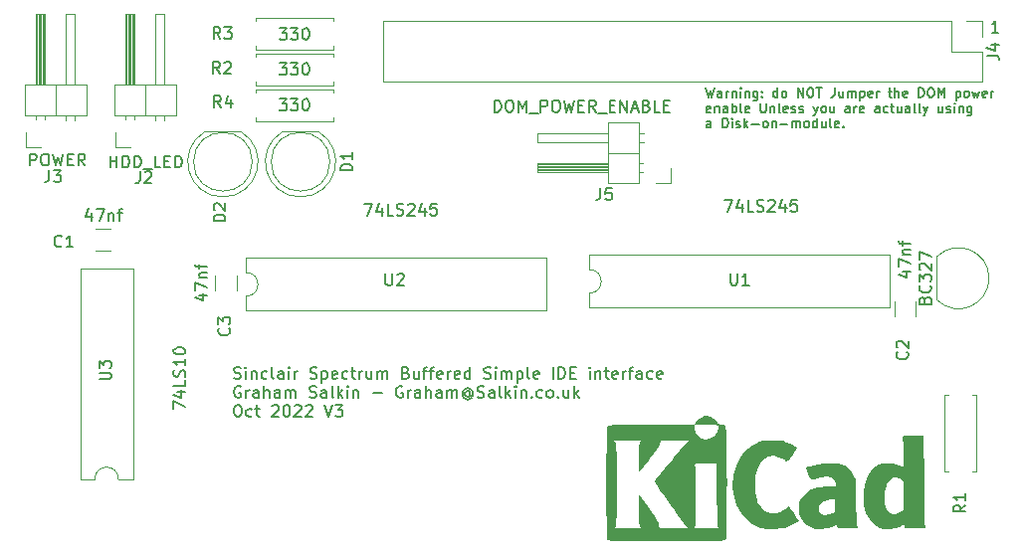
<source format=gbr>
%TF.GenerationSoftware,KiCad,Pcbnew,6.0.2+dfsg-1*%
%TF.CreationDate,2022-11-13T19:27:06+00:00*%
%TF.ProjectId,HDC,4844432e-6b69-4636-9164-5f7063625858,2*%
%TF.SameCoordinates,Original*%
%TF.FileFunction,Legend,Top*%
%TF.FilePolarity,Positive*%
%FSLAX46Y46*%
G04 Gerber Fmt 4.6, Leading zero omitted, Abs format (unit mm)*
G04 Created by KiCad (PCBNEW 6.0.2+dfsg-1) date 2022-11-13 19:27:06*
%MOMM*%
%LPD*%
G01*
G04 APERTURE LIST*
%ADD10C,0.150000*%
%ADD11C,0.120000*%
G04 APERTURE END LIST*
D10*
X111937976Y-132469761D02*
X112080833Y-132517380D01*
X112318928Y-132517380D01*
X112414166Y-132469761D01*
X112461785Y-132422142D01*
X112509404Y-132326904D01*
X112509404Y-132231666D01*
X112461785Y-132136428D01*
X112414166Y-132088809D01*
X112318928Y-132041190D01*
X112128452Y-131993571D01*
X112033214Y-131945952D01*
X111985595Y-131898333D01*
X111937976Y-131803095D01*
X111937976Y-131707857D01*
X111985595Y-131612619D01*
X112033214Y-131565000D01*
X112128452Y-131517380D01*
X112366547Y-131517380D01*
X112509404Y-131565000D01*
X112937976Y-132517380D02*
X112937976Y-131850714D01*
X112937976Y-131517380D02*
X112890357Y-131565000D01*
X112937976Y-131612619D01*
X112985595Y-131565000D01*
X112937976Y-131517380D01*
X112937976Y-131612619D01*
X113414166Y-131850714D02*
X113414166Y-132517380D01*
X113414166Y-131945952D02*
X113461785Y-131898333D01*
X113557023Y-131850714D01*
X113699880Y-131850714D01*
X113795119Y-131898333D01*
X113842738Y-131993571D01*
X113842738Y-132517380D01*
X114747500Y-132469761D02*
X114652261Y-132517380D01*
X114461785Y-132517380D01*
X114366547Y-132469761D01*
X114318928Y-132422142D01*
X114271309Y-132326904D01*
X114271309Y-132041190D01*
X114318928Y-131945952D01*
X114366547Y-131898333D01*
X114461785Y-131850714D01*
X114652261Y-131850714D01*
X114747500Y-131898333D01*
X115318928Y-132517380D02*
X115223690Y-132469761D01*
X115176071Y-132374523D01*
X115176071Y-131517380D01*
X116128452Y-132517380D02*
X116128452Y-131993571D01*
X116080833Y-131898333D01*
X115985595Y-131850714D01*
X115795119Y-131850714D01*
X115699880Y-131898333D01*
X116128452Y-132469761D02*
X116033214Y-132517380D01*
X115795119Y-132517380D01*
X115699880Y-132469761D01*
X115652261Y-132374523D01*
X115652261Y-132279285D01*
X115699880Y-132184047D01*
X115795119Y-132136428D01*
X116033214Y-132136428D01*
X116128452Y-132088809D01*
X116604642Y-132517380D02*
X116604642Y-131850714D01*
X116604642Y-131517380D02*
X116557023Y-131565000D01*
X116604642Y-131612619D01*
X116652261Y-131565000D01*
X116604642Y-131517380D01*
X116604642Y-131612619D01*
X117080833Y-132517380D02*
X117080833Y-131850714D01*
X117080833Y-132041190D02*
X117128452Y-131945952D01*
X117176071Y-131898333D01*
X117271309Y-131850714D01*
X117366547Y-131850714D01*
X118414166Y-132469761D02*
X118557023Y-132517380D01*
X118795119Y-132517380D01*
X118890357Y-132469761D01*
X118937976Y-132422142D01*
X118985595Y-132326904D01*
X118985595Y-132231666D01*
X118937976Y-132136428D01*
X118890357Y-132088809D01*
X118795119Y-132041190D01*
X118604642Y-131993571D01*
X118509404Y-131945952D01*
X118461785Y-131898333D01*
X118414166Y-131803095D01*
X118414166Y-131707857D01*
X118461785Y-131612619D01*
X118509404Y-131565000D01*
X118604642Y-131517380D01*
X118842738Y-131517380D01*
X118985595Y-131565000D01*
X119414166Y-131850714D02*
X119414166Y-132850714D01*
X119414166Y-131898333D02*
X119509404Y-131850714D01*
X119699880Y-131850714D01*
X119795119Y-131898333D01*
X119842738Y-131945952D01*
X119890357Y-132041190D01*
X119890357Y-132326904D01*
X119842738Y-132422142D01*
X119795119Y-132469761D01*
X119699880Y-132517380D01*
X119509404Y-132517380D01*
X119414166Y-132469761D01*
X120699880Y-132469761D02*
X120604642Y-132517380D01*
X120414166Y-132517380D01*
X120318928Y-132469761D01*
X120271309Y-132374523D01*
X120271309Y-131993571D01*
X120318928Y-131898333D01*
X120414166Y-131850714D01*
X120604642Y-131850714D01*
X120699880Y-131898333D01*
X120747500Y-131993571D01*
X120747500Y-132088809D01*
X120271309Y-132184047D01*
X121604642Y-132469761D02*
X121509404Y-132517380D01*
X121318928Y-132517380D01*
X121223690Y-132469761D01*
X121176071Y-132422142D01*
X121128452Y-132326904D01*
X121128452Y-132041190D01*
X121176071Y-131945952D01*
X121223690Y-131898333D01*
X121318928Y-131850714D01*
X121509404Y-131850714D01*
X121604642Y-131898333D01*
X121890357Y-131850714D02*
X122271309Y-131850714D01*
X122033214Y-131517380D02*
X122033214Y-132374523D01*
X122080833Y-132469761D01*
X122176071Y-132517380D01*
X122271309Y-132517380D01*
X122604642Y-132517380D02*
X122604642Y-131850714D01*
X122604642Y-132041190D02*
X122652261Y-131945952D01*
X122699880Y-131898333D01*
X122795119Y-131850714D01*
X122890357Y-131850714D01*
X123652261Y-131850714D02*
X123652261Y-132517380D01*
X123223690Y-131850714D02*
X123223690Y-132374523D01*
X123271309Y-132469761D01*
X123366547Y-132517380D01*
X123509404Y-132517380D01*
X123604642Y-132469761D01*
X123652261Y-132422142D01*
X124128452Y-132517380D02*
X124128452Y-131850714D01*
X124128452Y-131945952D02*
X124176071Y-131898333D01*
X124271309Y-131850714D01*
X124414166Y-131850714D01*
X124509404Y-131898333D01*
X124557023Y-131993571D01*
X124557023Y-132517380D01*
X124557023Y-131993571D02*
X124604642Y-131898333D01*
X124699880Y-131850714D01*
X124842738Y-131850714D01*
X124937976Y-131898333D01*
X124985595Y-131993571D01*
X124985595Y-132517380D01*
X126557023Y-131993571D02*
X126699880Y-132041190D01*
X126747500Y-132088809D01*
X126795119Y-132184047D01*
X126795119Y-132326904D01*
X126747500Y-132422142D01*
X126699880Y-132469761D01*
X126604642Y-132517380D01*
X126223690Y-132517380D01*
X126223690Y-131517380D01*
X126557023Y-131517380D01*
X126652261Y-131565000D01*
X126699880Y-131612619D01*
X126747500Y-131707857D01*
X126747500Y-131803095D01*
X126699880Y-131898333D01*
X126652261Y-131945952D01*
X126557023Y-131993571D01*
X126223690Y-131993571D01*
X127652261Y-131850714D02*
X127652261Y-132517380D01*
X127223690Y-131850714D02*
X127223690Y-132374523D01*
X127271309Y-132469761D01*
X127366547Y-132517380D01*
X127509404Y-132517380D01*
X127604642Y-132469761D01*
X127652261Y-132422142D01*
X127985595Y-131850714D02*
X128366547Y-131850714D01*
X128128452Y-132517380D02*
X128128452Y-131660238D01*
X128176071Y-131565000D01*
X128271309Y-131517380D01*
X128366547Y-131517380D01*
X128557023Y-131850714D02*
X128937976Y-131850714D01*
X128699880Y-132517380D02*
X128699880Y-131660238D01*
X128747500Y-131565000D01*
X128842738Y-131517380D01*
X128937976Y-131517380D01*
X129652261Y-132469761D02*
X129557023Y-132517380D01*
X129366547Y-132517380D01*
X129271309Y-132469761D01*
X129223690Y-132374523D01*
X129223690Y-131993571D01*
X129271309Y-131898333D01*
X129366547Y-131850714D01*
X129557023Y-131850714D01*
X129652261Y-131898333D01*
X129699880Y-131993571D01*
X129699880Y-132088809D01*
X129223690Y-132184047D01*
X130128452Y-132517380D02*
X130128452Y-131850714D01*
X130128452Y-132041190D02*
X130176071Y-131945952D01*
X130223690Y-131898333D01*
X130318928Y-131850714D01*
X130414166Y-131850714D01*
X131128452Y-132469761D02*
X131033214Y-132517380D01*
X130842738Y-132517380D01*
X130747500Y-132469761D01*
X130699880Y-132374523D01*
X130699880Y-131993571D01*
X130747500Y-131898333D01*
X130842738Y-131850714D01*
X131033214Y-131850714D01*
X131128452Y-131898333D01*
X131176071Y-131993571D01*
X131176071Y-132088809D01*
X130699880Y-132184047D01*
X132033214Y-132517380D02*
X132033214Y-131517380D01*
X132033214Y-132469761D02*
X131937976Y-132517380D01*
X131747500Y-132517380D01*
X131652261Y-132469761D01*
X131604642Y-132422142D01*
X131557023Y-132326904D01*
X131557023Y-132041190D01*
X131604642Y-131945952D01*
X131652261Y-131898333D01*
X131747500Y-131850714D01*
X131937976Y-131850714D01*
X132033214Y-131898333D01*
X133223690Y-132469761D02*
X133366547Y-132517380D01*
X133604642Y-132517380D01*
X133699880Y-132469761D01*
X133747500Y-132422142D01*
X133795119Y-132326904D01*
X133795119Y-132231666D01*
X133747500Y-132136428D01*
X133699880Y-132088809D01*
X133604642Y-132041190D01*
X133414166Y-131993571D01*
X133318928Y-131945952D01*
X133271309Y-131898333D01*
X133223690Y-131803095D01*
X133223690Y-131707857D01*
X133271309Y-131612619D01*
X133318928Y-131565000D01*
X133414166Y-131517380D01*
X133652261Y-131517380D01*
X133795119Y-131565000D01*
X134223690Y-132517380D02*
X134223690Y-131850714D01*
X134223690Y-131517380D02*
X134176071Y-131565000D01*
X134223690Y-131612619D01*
X134271309Y-131565000D01*
X134223690Y-131517380D01*
X134223690Y-131612619D01*
X134699880Y-132517380D02*
X134699880Y-131850714D01*
X134699880Y-131945952D02*
X134747500Y-131898333D01*
X134842738Y-131850714D01*
X134985595Y-131850714D01*
X135080833Y-131898333D01*
X135128452Y-131993571D01*
X135128452Y-132517380D01*
X135128452Y-131993571D02*
X135176071Y-131898333D01*
X135271309Y-131850714D01*
X135414166Y-131850714D01*
X135509404Y-131898333D01*
X135557023Y-131993571D01*
X135557023Y-132517380D01*
X136033214Y-131850714D02*
X136033214Y-132850714D01*
X136033214Y-131898333D02*
X136128452Y-131850714D01*
X136318928Y-131850714D01*
X136414166Y-131898333D01*
X136461785Y-131945952D01*
X136509404Y-132041190D01*
X136509404Y-132326904D01*
X136461785Y-132422142D01*
X136414166Y-132469761D01*
X136318928Y-132517380D01*
X136128452Y-132517380D01*
X136033214Y-132469761D01*
X137080833Y-132517380D02*
X136985595Y-132469761D01*
X136937976Y-132374523D01*
X136937976Y-131517380D01*
X137842738Y-132469761D02*
X137747500Y-132517380D01*
X137557023Y-132517380D01*
X137461785Y-132469761D01*
X137414166Y-132374523D01*
X137414166Y-131993571D01*
X137461785Y-131898333D01*
X137557023Y-131850714D01*
X137747500Y-131850714D01*
X137842738Y-131898333D01*
X137890357Y-131993571D01*
X137890357Y-132088809D01*
X137414166Y-132184047D01*
X139080833Y-132517380D02*
X139080833Y-131517380D01*
X139557023Y-132517380D02*
X139557023Y-131517380D01*
X139795119Y-131517380D01*
X139937976Y-131565000D01*
X140033214Y-131660238D01*
X140080833Y-131755476D01*
X140128452Y-131945952D01*
X140128452Y-132088809D01*
X140080833Y-132279285D01*
X140033214Y-132374523D01*
X139937976Y-132469761D01*
X139795119Y-132517380D01*
X139557023Y-132517380D01*
X140557023Y-131993571D02*
X140890357Y-131993571D01*
X141033214Y-132517380D02*
X140557023Y-132517380D01*
X140557023Y-131517380D01*
X141033214Y-131517380D01*
X142223690Y-132517380D02*
X142223690Y-131850714D01*
X142223690Y-131517380D02*
X142176071Y-131565000D01*
X142223690Y-131612619D01*
X142271309Y-131565000D01*
X142223690Y-131517380D01*
X142223690Y-131612619D01*
X142699880Y-131850714D02*
X142699880Y-132517380D01*
X142699880Y-131945952D02*
X142747500Y-131898333D01*
X142842738Y-131850714D01*
X142985595Y-131850714D01*
X143080833Y-131898333D01*
X143128452Y-131993571D01*
X143128452Y-132517380D01*
X143461785Y-131850714D02*
X143842738Y-131850714D01*
X143604642Y-131517380D02*
X143604642Y-132374523D01*
X143652261Y-132469761D01*
X143747500Y-132517380D01*
X143842738Y-132517380D01*
X144557023Y-132469761D02*
X144461785Y-132517380D01*
X144271309Y-132517380D01*
X144176071Y-132469761D01*
X144128452Y-132374523D01*
X144128452Y-131993571D01*
X144176071Y-131898333D01*
X144271309Y-131850714D01*
X144461785Y-131850714D01*
X144557023Y-131898333D01*
X144604642Y-131993571D01*
X144604642Y-132088809D01*
X144128452Y-132184047D01*
X145033214Y-132517380D02*
X145033214Y-131850714D01*
X145033214Y-132041190D02*
X145080833Y-131945952D01*
X145128452Y-131898333D01*
X145223690Y-131850714D01*
X145318928Y-131850714D01*
X145509404Y-131850714D02*
X145890357Y-131850714D01*
X145652261Y-132517380D02*
X145652261Y-131660238D01*
X145699880Y-131565000D01*
X145795119Y-131517380D01*
X145890357Y-131517380D01*
X146652261Y-132517380D02*
X146652261Y-131993571D01*
X146604642Y-131898333D01*
X146509404Y-131850714D01*
X146318928Y-131850714D01*
X146223690Y-131898333D01*
X146652261Y-132469761D02*
X146557023Y-132517380D01*
X146318928Y-132517380D01*
X146223690Y-132469761D01*
X146176071Y-132374523D01*
X146176071Y-132279285D01*
X146223690Y-132184047D01*
X146318928Y-132136428D01*
X146557023Y-132136428D01*
X146652261Y-132088809D01*
X147557023Y-132469761D02*
X147461785Y-132517380D01*
X147271309Y-132517380D01*
X147176071Y-132469761D01*
X147128452Y-132422142D01*
X147080833Y-132326904D01*
X147080833Y-132041190D01*
X147128452Y-131945952D01*
X147176071Y-131898333D01*
X147271309Y-131850714D01*
X147461785Y-131850714D01*
X147557023Y-131898333D01*
X148366547Y-132469761D02*
X148271309Y-132517380D01*
X148080833Y-132517380D01*
X147985595Y-132469761D01*
X147937976Y-132374523D01*
X147937976Y-131993571D01*
X147985595Y-131898333D01*
X148080833Y-131850714D01*
X148271309Y-131850714D01*
X148366547Y-131898333D01*
X148414166Y-131993571D01*
X148414166Y-132088809D01*
X147937976Y-132184047D01*
X112509404Y-133175000D02*
X112414166Y-133127380D01*
X112271309Y-133127380D01*
X112128452Y-133175000D01*
X112033214Y-133270238D01*
X111985595Y-133365476D01*
X111937976Y-133555952D01*
X111937976Y-133698809D01*
X111985595Y-133889285D01*
X112033214Y-133984523D01*
X112128452Y-134079761D01*
X112271309Y-134127380D01*
X112366547Y-134127380D01*
X112509404Y-134079761D01*
X112557023Y-134032142D01*
X112557023Y-133698809D01*
X112366547Y-133698809D01*
X112985595Y-134127380D02*
X112985595Y-133460714D01*
X112985595Y-133651190D02*
X113033214Y-133555952D01*
X113080833Y-133508333D01*
X113176071Y-133460714D01*
X113271309Y-133460714D01*
X114033214Y-134127380D02*
X114033214Y-133603571D01*
X113985595Y-133508333D01*
X113890357Y-133460714D01*
X113699880Y-133460714D01*
X113604642Y-133508333D01*
X114033214Y-134079761D02*
X113937976Y-134127380D01*
X113699880Y-134127380D01*
X113604642Y-134079761D01*
X113557023Y-133984523D01*
X113557023Y-133889285D01*
X113604642Y-133794047D01*
X113699880Y-133746428D01*
X113937976Y-133746428D01*
X114033214Y-133698809D01*
X114509404Y-134127380D02*
X114509404Y-133127380D01*
X114937976Y-134127380D02*
X114937976Y-133603571D01*
X114890357Y-133508333D01*
X114795119Y-133460714D01*
X114652261Y-133460714D01*
X114557023Y-133508333D01*
X114509404Y-133555952D01*
X115842738Y-134127380D02*
X115842738Y-133603571D01*
X115795119Y-133508333D01*
X115699880Y-133460714D01*
X115509404Y-133460714D01*
X115414166Y-133508333D01*
X115842738Y-134079761D02*
X115747500Y-134127380D01*
X115509404Y-134127380D01*
X115414166Y-134079761D01*
X115366547Y-133984523D01*
X115366547Y-133889285D01*
X115414166Y-133794047D01*
X115509404Y-133746428D01*
X115747500Y-133746428D01*
X115842738Y-133698809D01*
X116318928Y-134127380D02*
X116318928Y-133460714D01*
X116318928Y-133555952D02*
X116366547Y-133508333D01*
X116461785Y-133460714D01*
X116604642Y-133460714D01*
X116699880Y-133508333D01*
X116747500Y-133603571D01*
X116747500Y-134127380D01*
X116747500Y-133603571D02*
X116795119Y-133508333D01*
X116890357Y-133460714D01*
X117033214Y-133460714D01*
X117128452Y-133508333D01*
X117176071Y-133603571D01*
X117176071Y-134127380D01*
X118366547Y-134079761D02*
X118509404Y-134127380D01*
X118747500Y-134127380D01*
X118842738Y-134079761D01*
X118890357Y-134032142D01*
X118937976Y-133936904D01*
X118937976Y-133841666D01*
X118890357Y-133746428D01*
X118842738Y-133698809D01*
X118747500Y-133651190D01*
X118557023Y-133603571D01*
X118461785Y-133555952D01*
X118414166Y-133508333D01*
X118366547Y-133413095D01*
X118366547Y-133317857D01*
X118414166Y-133222619D01*
X118461785Y-133175000D01*
X118557023Y-133127380D01*
X118795119Y-133127380D01*
X118937976Y-133175000D01*
X119795119Y-134127380D02*
X119795119Y-133603571D01*
X119747500Y-133508333D01*
X119652261Y-133460714D01*
X119461785Y-133460714D01*
X119366547Y-133508333D01*
X119795119Y-134079761D02*
X119699880Y-134127380D01*
X119461785Y-134127380D01*
X119366547Y-134079761D01*
X119318928Y-133984523D01*
X119318928Y-133889285D01*
X119366547Y-133794047D01*
X119461785Y-133746428D01*
X119699880Y-133746428D01*
X119795119Y-133698809D01*
X120414166Y-134127380D02*
X120318928Y-134079761D01*
X120271309Y-133984523D01*
X120271309Y-133127380D01*
X120795119Y-134127380D02*
X120795119Y-133127380D01*
X120890357Y-133746428D02*
X121176071Y-134127380D01*
X121176071Y-133460714D02*
X120795119Y-133841666D01*
X121604642Y-134127380D02*
X121604642Y-133460714D01*
X121604642Y-133127380D02*
X121557023Y-133175000D01*
X121604642Y-133222619D01*
X121652261Y-133175000D01*
X121604642Y-133127380D01*
X121604642Y-133222619D01*
X122080833Y-133460714D02*
X122080833Y-134127380D01*
X122080833Y-133555952D02*
X122128452Y-133508333D01*
X122223690Y-133460714D01*
X122366547Y-133460714D01*
X122461785Y-133508333D01*
X122509404Y-133603571D01*
X122509404Y-134127380D01*
X123747500Y-133746428D02*
X124509404Y-133746428D01*
X126271309Y-133175000D02*
X126176071Y-133127380D01*
X126033214Y-133127380D01*
X125890357Y-133175000D01*
X125795119Y-133270238D01*
X125747500Y-133365476D01*
X125699880Y-133555952D01*
X125699880Y-133698809D01*
X125747500Y-133889285D01*
X125795119Y-133984523D01*
X125890357Y-134079761D01*
X126033214Y-134127380D01*
X126128452Y-134127380D01*
X126271309Y-134079761D01*
X126318928Y-134032142D01*
X126318928Y-133698809D01*
X126128452Y-133698809D01*
X126747500Y-134127380D02*
X126747500Y-133460714D01*
X126747500Y-133651190D02*
X126795119Y-133555952D01*
X126842738Y-133508333D01*
X126937976Y-133460714D01*
X127033214Y-133460714D01*
X127795119Y-134127380D02*
X127795119Y-133603571D01*
X127747500Y-133508333D01*
X127652261Y-133460714D01*
X127461785Y-133460714D01*
X127366547Y-133508333D01*
X127795119Y-134079761D02*
X127699880Y-134127380D01*
X127461785Y-134127380D01*
X127366547Y-134079761D01*
X127318928Y-133984523D01*
X127318928Y-133889285D01*
X127366547Y-133794047D01*
X127461785Y-133746428D01*
X127699880Y-133746428D01*
X127795119Y-133698809D01*
X128271309Y-134127380D02*
X128271309Y-133127380D01*
X128699880Y-134127380D02*
X128699880Y-133603571D01*
X128652261Y-133508333D01*
X128557023Y-133460714D01*
X128414166Y-133460714D01*
X128318928Y-133508333D01*
X128271309Y-133555952D01*
X129604642Y-134127380D02*
X129604642Y-133603571D01*
X129557023Y-133508333D01*
X129461785Y-133460714D01*
X129271309Y-133460714D01*
X129176071Y-133508333D01*
X129604642Y-134079761D02*
X129509404Y-134127380D01*
X129271309Y-134127380D01*
X129176071Y-134079761D01*
X129128452Y-133984523D01*
X129128452Y-133889285D01*
X129176071Y-133794047D01*
X129271309Y-133746428D01*
X129509404Y-133746428D01*
X129604642Y-133698809D01*
X130080833Y-134127380D02*
X130080833Y-133460714D01*
X130080833Y-133555952D02*
X130128452Y-133508333D01*
X130223690Y-133460714D01*
X130366547Y-133460714D01*
X130461785Y-133508333D01*
X130509404Y-133603571D01*
X130509404Y-134127380D01*
X130509404Y-133603571D02*
X130557023Y-133508333D01*
X130652261Y-133460714D01*
X130795119Y-133460714D01*
X130890357Y-133508333D01*
X130937976Y-133603571D01*
X130937976Y-134127380D01*
X132033214Y-133651190D02*
X131985595Y-133603571D01*
X131890357Y-133555952D01*
X131795119Y-133555952D01*
X131699880Y-133603571D01*
X131652261Y-133651190D01*
X131604642Y-133746428D01*
X131604642Y-133841666D01*
X131652261Y-133936904D01*
X131699880Y-133984523D01*
X131795119Y-134032142D01*
X131890357Y-134032142D01*
X131985595Y-133984523D01*
X132033214Y-133936904D01*
X132033214Y-133555952D02*
X132033214Y-133936904D01*
X132080833Y-133984523D01*
X132128452Y-133984523D01*
X132223690Y-133936904D01*
X132271309Y-133841666D01*
X132271309Y-133603571D01*
X132176071Y-133460714D01*
X132033214Y-133365476D01*
X131842738Y-133317857D01*
X131652261Y-133365476D01*
X131509404Y-133460714D01*
X131414166Y-133603571D01*
X131366547Y-133794047D01*
X131414166Y-133984523D01*
X131509404Y-134127380D01*
X131652261Y-134222619D01*
X131842738Y-134270238D01*
X132033214Y-134222619D01*
X132176071Y-134127380D01*
X132652261Y-134079761D02*
X132795119Y-134127380D01*
X133033214Y-134127380D01*
X133128452Y-134079761D01*
X133176071Y-134032142D01*
X133223690Y-133936904D01*
X133223690Y-133841666D01*
X133176071Y-133746428D01*
X133128452Y-133698809D01*
X133033214Y-133651190D01*
X132842738Y-133603571D01*
X132747500Y-133555952D01*
X132699880Y-133508333D01*
X132652261Y-133413095D01*
X132652261Y-133317857D01*
X132699880Y-133222619D01*
X132747500Y-133175000D01*
X132842738Y-133127380D01*
X133080833Y-133127380D01*
X133223690Y-133175000D01*
X134080833Y-134127380D02*
X134080833Y-133603571D01*
X134033214Y-133508333D01*
X133937976Y-133460714D01*
X133747500Y-133460714D01*
X133652261Y-133508333D01*
X134080833Y-134079761D02*
X133985595Y-134127380D01*
X133747500Y-134127380D01*
X133652261Y-134079761D01*
X133604642Y-133984523D01*
X133604642Y-133889285D01*
X133652261Y-133794047D01*
X133747500Y-133746428D01*
X133985595Y-133746428D01*
X134080833Y-133698809D01*
X134699880Y-134127380D02*
X134604642Y-134079761D01*
X134557023Y-133984523D01*
X134557023Y-133127380D01*
X135080833Y-134127380D02*
X135080833Y-133127380D01*
X135176071Y-133746428D02*
X135461785Y-134127380D01*
X135461785Y-133460714D02*
X135080833Y-133841666D01*
X135890357Y-134127380D02*
X135890357Y-133460714D01*
X135890357Y-133127380D02*
X135842738Y-133175000D01*
X135890357Y-133222619D01*
X135937976Y-133175000D01*
X135890357Y-133127380D01*
X135890357Y-133222619D01*
X136366547Y-133460714D02*
X136366547Y-134127380D01*
X136366547Y-133555952D02*
X136414166Y-133508333D01*
X136509404Y-133460714D01*
X136652261Y-133460714D01*
X136747500Y-133508333D01*
X136795119Y-133603571D01*
X136795119Y-134127380D01*
X137271309Y-134032142D02*
X137318928Y-134079761D01*
X137271309Y-134127380D01*
X137223690Y-134079761D01*
X137271309Y-134032142D01*
X137271309Y-134127380D01*
X138176071Y-134079761D02*
X138080833Y-134127380D01*
X137890357Y-134127380D01*
X137795119Y-134079761D01*
X137747500Y-134032142D01*
X137699880Y-133936904D01*
X137699880Y-133651190D01*
X137747500Y-133555952D01*
X137795119Y-133508333D01*
X137890357Y-133460714D01*
X138080833Y-133460714D01*
X138176071Y-133508333D01*
X138747500Y-134127380D02*
X138652261Y-134079761D01*
X138604642Y-134032142D01*
X138557023Y-133936904D01*
X138557023Y-133651190D01*
X138604642Y-133555952D01*
X138652261Y-133508333D01*
X138747500Y-133460714D01*
X138890357Y-133460714D01*
X138985595Y-133508333D01*
X139033214Y-133555952D01*
X139080833Y-133651190D01*
X139080833Y-133936904D01*
X139033214Y-134032142D01*
X138985595Y-134079761D01*
X138890357Y-134127380D01*
X138747500Y-134127380D01*
X139509404Y-134032142D02*
X139557023Y-134079761D01*
X139509404Y-134127380D01*
X139461785Y-134079761D01*
X139509404Y-134032142D01*
X139509404Y-134127380D01*
X140414166Y-133460714D02*
X140414166Y-134127380D01*
X139985595Y-133460714D02*
X139985595Y-133984523D01*
X140033214Y-134079761D01*
X140128452Y-134127380D01*
X140271309Y-134127380D01*
X140366547Y-134079761D01*
X140414166Y-134032142D01*
X140890357Y-134127380D02*
X140890357Y-133127380D01*
X140985595Y-133746428D02*
X141271309Y-134127380D01*
X141271309Y-133460714D02*
X140890357Y-133841666D01*
X112176071Y-134737380D02*
X112366547Y-134737380D01*
X112461785Y-134785000D01*
X112557023Y-134880238D01*
X112604642Y-135070714D01*
X112604642Y-135404047D01*
X112557023Y-135594523D01*
X112461785Y-135689761D01*
X112366547Y-135737380D01*
X112176071Y-135737380D01*
X112080833Y-135689761D01*
X111985595Y-135594523D01*
X111937976Y-135404047D01*
X111937976Y-135070714D01*
X111985595Y-134880238D01*
X112080833Y-134785000D01*
X112176071Y-134737380D01*
X113461785Y-135689761D02*
X113366547Y-135737380D01*
X113176071Y-135737380D01*
X113080833Y-135689761D01*
X113033214Y-135642142D01*
X112985595Y-135546904D01*
X112985595Y-135261190D01*
X113033214Y-135165952D01*
X113080833Y-135118333D01*
X113176071Y-135070714D01*
X113366547Y-135070714D01*
X113461785Y-135118333D01*
X113747500Y-135070714D02*
X114128452Y-135070714D01*
X113890357Y-134737380D02*
X113890357Y-135594523D01*
X113937976Y-135689761D01*
X114033214Y-135737380D01*
X114128452Y-135737380D01*
X115176071Y-134832619D02*
X115223690Y-134785000D01*
X115318928Y-134737380D01*
X115557023Y-134737380D01*
X115652261Y-134785000D01*
X115699880Y-134832619D01*
X115747500Y-134927857D01*
X115747500Y-135023095D01*
X115699880Y-135165952D01*
X115128452Y-135737380D01*
X115747500Y-135737380D01*
X116366547Y-134737380D02*
X116461785Y-134737380D01*
X116557023Y-134785000D01*
X116604642Y-134832619D01*
X116652261Y-134927857D01*
X116699880Y-135118333D01*
X116699880Y-135356428D01*
X116652261Y-135546904D01*
X116604642Y-135642142D01*
X116557023Y-135689761D01*
X116461785Y-135737380D01*
X116366547Y-135737380D01*
X116271309Y-135689761D01*
X116223690Y-135642142D01*
X116176071Y-135546904D01*
X116128452Y-135356428D01*
X116128452Y-135118333D01*
X116176071Y-134927857D01*
X116223690Y-134832619D01*
X116271309Y-134785000D01*
X116366547Y-134737380D01*
X117080833Y-134832619D02*
X117128452Y-134785000D01*
X117223690Y-134737380D01*
X117461785Y-134737380D01*
X117557023Y-134785000D01*
X117604642Y-134832619D01*
X117652261Y-134927857D01*
X117652261Y-135023095D01*
X117604642Y-135165952D01*
X117033214Y-135737380D01*
X117652261Y-135737380D01*
X118033214Y-134832619D02*
X118080833Y-134785000D01*
X118176071Y-134737380D01*
X118414166Y-134737380D01*
X118509404Y-134785000D01*
X118557023Y-134832619D01*
X118604642Y-134927857D01*
X118604642Y-135023095D01*
X118557023Y-135165952D01*
X117985595Y-135737380D01*
X118604642Y-135737380D01*
X119652261Y-134737380D02*
X119985595Y-135737380D01*
X120318928Y-134737380D01*
X120557023Y-134737380D02*
X121176071Y-134737380D01*
X120842738Y-135118333D01*
X120985595Y-135118333D01*
X121080833Y-135165952D01*
X121128452Y-135213571D01*
X121176071Y-135308809D01*
X121176071Y-135546904D01*
X121128452Y-135642142D01*
X121080833Y-135689761D01*
X120985595Y-135737380D01*
X120699880Y-135737380D01*
X120604642Y-135689761D01*
X120557023Y-135642142D01*
X176985714Y-103027380D02*
X176414285Y-103027380D01*
X176700000Y-103027380D02*
X176700000Y-102027380D01*
X176604761Y-102170238D01*
X176509523Y-102265476D01*
X176414285Y-102313095D01*
X152103785Y-107747904D02*
X152294261Y-108547904D01*
X152446642Y-107976476D01*
X152599023Y-108547904D01*
X152789500Y-107747904D01*
X153437119Y-108547904D02*
X153437119Y-108128857D01*
X153399023Y-108052666D01*
X153322833Y-108014571D01*
X153170452Y-108014571D01*
X153094261Y-108052666D01*
X153437119Y-108509809D02*
X153360928Y-108547904D01*
X153170452Y-108547904D01*
X153094261Y-108509809D01*
X153056166Y-108433619D01*
X153056166Y-108357428D01*
X153094261Y-108281238D01*
X153170452Y-108243142D01*
X153360928Y-108243142D01*
X153437119Y-108205047D01*
X153818071Y-108547904D02*
X153818071Y-108014571D01*
X153818071Y-108166952D02*
X153856166Y-108090761D01*
X153894261Y-108052666D01*
X153970452Y-108014571D01*
X154046642Y-108014571D01*
X154313309Y-108014571D02*
X154313309Y-108547904D01*
X154313309Y-108090761D02*
X154351404Y-108052666D01*
X154427595Y-108014571D01*
X154541880Y-108014571D01*
X154618071Y-108052666D01*
X154656166Y-108128857D01*
X154656166Y-108547904D01*
X155037119Y-108547904D02*
X155037119Y-108014571D01*
X155037119Y-107747904D02*
X154999023Y-107786000D01*
X155037119Y-107824095D01*
X155075214Y-107786000D01*
X155037119Y-107747904D01*
X155037119Y-107824095D01*
X155418071Y-108014571D02*
X155418071Y-108547904D01*
X155418071Y-108090761D02*
X155456166Y-108052666D01*
X155532357Y-108014571D01*
X155646642Y-108014571D01*
X155722833Y-108052666D01*
X155760928Y-108128857D01*
X155760928Y-108547904D01*
X156484738Y-108014571D02*
X156484738Y-108662190D01*
X156446642Y-108738380D01*
X156408547Y-108776476D01*
X156332357Y-108814571D01*
X156218071Y-108814571D01*
X156141880Y-108776476D01*
X156484738Y-108509809D02*
X156408547Y-108547904D01*
X156256166Y-108547904D01*
X156179976Y-108509809D01*
X156141880Y-108471714D01*
X156103785Y-108395523D01*
X156103785Y-108166952D01*
X156141880Y-108090761D01*
X156179976Y-108052666D01*
X156256166Y-108014571D01*
X156408547Y-108014571D01*
X156484738Y-108052666D01*
X156865690Y-108471714D02*
X156903785Y-108509809D01*
X156865690Y-108547904D01*
X156827595Y-108509809D01*
X156865690Y-108471714D01*
X156865690Y-108547904D01*
X156865690Y-108052666D02*
X156903785Y-108090761D01*
X156865690Y-108128857D01*
X156827595Y-108090761D01*
X156865690Y-108052666D01*
X156865690Y-108128857D01*
X158199023Y-108547904D02*
X158199023Y-107747904D01*
X158199023Y-108509809D02*
X158122833Y-108547904D01*
X157970452Y-108547904D01*
X157894261Y-108509809D01*
X157856166Y-108471714D01*
X157818071Y-108395523D01*
X157818071Y-108166952D01*
X157856166Y-108090761D01*
X157894261Y-108052666D01*
X157970452Y-108014571D01*
X158122833Y-108014571D01*
X158199023Y-108052666D01*
X158694261Y-108547904D02*
X158618071Y-108509809D01*
X158579976Y-108471714D01*
X158541880Y-108395523D01*
X158541880Y-108166952D01*
X158579976Y-108090761D01*
X158618071Y-108052666D01*
X158694261Y-108014571D01*
X158808547Y-108014571D01*
X158884738Y-108052666D01*
X158922833Y-108090761D01*
X158960928Y-108166952D01*
X158960928Y-108395523D01*
X158922833Y-108471714D01*
X158884738Y-108509809D01*
X158808547Y-108547904D01*
X158694261Y-108547904D01*
X159913309Y-108547904D02*
X159913309Y-107747904D01*
X160370452Y-108547904D01*
X160370452Y-107747904D01*
X160903785Y-107747904D02*
X161056166Y-107747904D01*
X161132357Y-107786000D01*
X161208547Y-107862190D01*
X161246642Y-108014571D01*
X161246642Y-108281238D01*
X161208547Y-108433619D01*
X161132357Y-108509809D01*
X161056166Y-108547904D01*
X160903785Y-108547904D01*
X160827595Y-108509809D01*
X160751404Y-108433619D01*
X160713309Y-108281238D01*
X160713309Y-108014571D01*
X160751404Y-107862190D01*
X160827595Y-107786000D01*
X160903785Y-107747904D01*
X161475214Y-107747904D02*
X161932357Y-107747904D01*
X161703785Y-108547904D02*
X161703785Y-107747904D01*
X163037119Y-107747904D02*
X163037119Y-108319333D01*
X162999023Y-108433619D01*
X162922833Y-108509809D01*
X162808547Y-108547904D01*
X162732357Y-108547904D01*
X163760928Y-108014571D02*
X163760928Y-108547904D01*
X163418071Y-108014571D02*
X163418071Y-108433619D01*
X163456166Y-108509809D01*
X163532357Y-108547904D01*
X163646642Y-108547904D01*
X163722833Y-108509809D01*
X163760928Y-108471714D01*
X164141880Y-108547904D02*
X164141880Y-108014571D01*
X164141880Y-108090761D02*
X164179976Y-108052666D01*
X164256166Y-108014571D01*
X164370452Y-108014571D01*
X164446642Y-108052666D01*
X164484738Y-108128857D01*
X164484738Y-108547904D01*
X164484738Y-108128857D02*
X164522833Y-108052666D01*
X164599023Y-108014571D01*
X164713309Y-108014571D01*
X164789500Y-108052666D01*
X164827595Y-108128857D01*
X164827595Y-108547904D01*
X165208547Y-108014571D02*
X165208547Y-108814571D01*
X165208547Y-108052666D02*
X165284738Y-108014571D01*
X165437119Y-108014571D01*
X165513309Y-108052666D01*
X165551404Y-108090761D01*
X165589500Y-108166952D01*
X165589500Y-108395523D01*
X165551404Y-108471714D01*
X165513309Y-108509809D01*
X165437119Y-108547904D01*
X165284738Y-108547904D01*
X165208547Y-108509809D01*
X166237119Y-108509809D02*
X166160928Y-108547904D01*
X166008547Y-108547904D01*
X165932357Y-108509809D01*
X165894261Y-108433619D01*
X165894261Y-108128857D01*
X165932357Y-108052666D01*
X166008547Y-108014571D01*
X166160928Y-108014571D01*
X166237119Y-108052666D01*
X166275214Y-108128857D01*
X166275214Y-108205047D01*
X165894261Y-108281238D01*
X166618071Y-108547904D02*
X166618071Y-108014571D01*
X166618071Y-108166952D02*
X166656166Y-108090761D01*
X166694261Y-108052666D01*
X166770452Y-108014571D01*
X166846642Y-108014571D01*
X167608547Y-108014571D02*
X167913309Y-108014571D01*
X167722833Y-107747904D02*
X167722833Y-108433619D01*
X167760928Y-108509809D01*
X167837119Y-108547904D01*
X167913309Y-108547904D01*
X168179976Y-108547904D02*
X168179976Y-107747904D01*
X168522833Y-108547904D02*
X168522833Y-108128857D01*
X168484738Y-108052666D01*
X168408547Y-108014571D01*
X168294261Y-108014571D01*
X168218071Y-108052666D01*
X168179976Y-108090761D01*
X169208547Y-108509809D02*
X169132357Y-108547904D01*
X168979976Y-108547904D01*
X168903785Y-108509809D01*
X168865690Y-108433619D01*
X168865690Y-108128857D01*
X168903785Y-108052666D01*
X168979976Y-108014571D01*
X169132357Y-108014571D01*
X169208547Y-108052666D01*
X169246642Y-108128857D01*
X169246642Y-108205047D01*
X168865690Y-108281238D01*
X170199023Y-108547904D02*
X170199023Y-107747904D01*
X170389500Y-107747904D01*
X170503785Y-107786000D01*
X170579976Y-107862190D01*
X170618071Y-107938380D01*
X170656166Y-108090761D01*
X170656166Y-108205047D01*
X170618071Y-108357428D01*
X170579976Y-108433619D01*
X170503785Y-108509809D01*
X170389500Y-108547904D01*
X170199023Y-108547904D01*
X171151404Y-107747904D02*
X171303785Y-107747904D01*
X171379976Y-107786000D01*
X171456166Y-107862190D01*
X171494261Y-108014571D01*
X171494261Y-108281238D01*
X171456166Y-108433619D01*
X171379976Y-108509809D01*
X171303785Y-108547904D01*
X171151404Y-108547904D01*
X171075214Y-108509809D01*
X170999023Y-108433619D01*
X170960928Y-108281238D01*
X170960928Y-108014571D01*
X170999023Y-107862190D01*
X171075214Y-107786000D01*
X171151404Y-107747904D01*
X171837119Y-108547904D02*
X171837119Y-107747904D01*
X172103785Y-108319333D01*
X172370452Y-107747904D01*
X172370452Y-108547904D01*
X173360928Y-108014571D02*
X173360928Y-108814571D01*
X173360928Y-108052666D02*
X173437119Y-108014571D01*
X173589500Y-108014571D01*
X173665690Y-108052666D01*
X173703785Y-108090761D01*
X173741880Y-108166952D01*
X173741880Y-108395523D01*
X173703785Y-108471714D01*
X173665690Y-108509809D01*
X173589500Y-108547904D01*
X173437119Y-108547904D01*
X173360928Y-108509809D01*
X174199023Y-108547904D02*
X174122833Y-108509809D01*
X174084738Y-108471714D01*
X174046642Y-108395523D01*
X174046642Y-108166952D01*
X174084738Y-108090761D01*
X174122833Y-108052666D01*
X174199023Y-108014571D01*
X174313309Y-108014571D01*
X174389500Y-108052666D01*
X174427595Y-108090761D01*
X174465690Y-108166952D01*
X174465690Y-108395523D01*
X174427595Y-108471714D01*
X174389500Y-108509809D01*
X174313309Y-108547904D01*
X174199023Y-108547904D01*
X174732357Y-108014571D02*
X174884738Y-108547904D01*
X175037119Y-108166952D01*
X175189500Y-108547904D01*
X175341880Y-108014571D01*
X175951404Y-108509809D02*
X175875214Y-108547904D01*
X175722833Y-108547904D01*
X175646642Y-108509809D01*
X175608547Y-108433619D01*
X175608547Y-108128857D01*
X175646642Y-108052666D01*
X175722833Y-108014571D01*
X175875214Y-108014571D01*
X175951404Y-108052666D01*
X175989500Y-108128857D01*
X175989500Y-108205047D01*
X175608547Y-108281238D01*
X176332357Y-108547904D02*
X176332357Y-108014571D01*
X176332357Y-108166952D02*
X176370452Y-108090761D01*
X176408547Y-108052666D01*
X176484738Y-108014571D01*
X176560928Y-108014571D01*
X152484738Y-109797809D02*
X152408547Y-109835904D01*
X152256166Y-109835904D01*
X152179976Y-109797809D01*
X152141880Y-109721619D01*
X152141880Y-109416857D01*
X152179976Y-109340666D01*
X152256166Y-109302571D01*
X152408547Y-109302571D01*
X152484738Y-109340666D01*
X152522833Y-109416857D01*
X152522833Y-109493047D01*
X152141880Y-109569238D01*
X152865690Y-109302571D02*
X152865690Y-109835904D01*
X152865690Y-109378761D02*
X152903785Y-109340666D01*
X152979976Y-109302571D01*
X153094261Y-109302571D01*
X153170452Y-109340666D01*
X153208547Y-109416857D01*
X153208547Y-109835904D01*
X153932357Y-109835904D02*
X153932357Y-109416857D01*
X153894261Y-109340666D01*
X153818071Y-109302571D01*
X153665690Y-109302571D01*
X153589500Y-109340666D01*
X153932357Y-109797809D02*
X153856166Y-109835904D01*
X153665690Y-109835904D01*
X153589500Y-109797809D01*
X153551404Y-109721619D01*
X153551404Y-109645428D01*
X153589500Y-109569238D01*
X153665690Y-109531142D01*
X153856166Y-109531142D01*
X153932357Y-109493047D01*
X154313309Y-109835904D02*
X154313309Y-109035904D01*
X154313309Y-109340666D02*
X154389500Y-109302571D01*
X154541880Y-109302571D01*
X154618071Y-109340666D01*
X154656166Y-109378761D01*
X154694261Y-109454952D01*
X154694261Y-109683523D01*
X154656166Y-109759714D01*
X154618071Y-109797809D01*
X154541880Y-109835904D01*
X154389500Y-109835904D01*
X154313309Y-109797809D01*
X155151404Y-109835904D02*
X155075214Y-109797809D01*
X155037119Y-109721619D01*
X155037119Y-109035904D01*
X155760928Y-109797809D02*
X155684738Y-109835904D01*
X155532357Y-109835904D01*
X155456166Y-109797809D01*
X155418071Y-109721619D01*
X155418071Y-109416857D01*
X155456166Y-109340666D01*
X155532357Y-109302571D01*
X155684738Y-109302571D01*
X155760928Y-109340666D01*
X155799023Y-109416857D01*
X155799023Y-109493047D01*
X155418071Y-109569238D01*
X156751404Y-109035904D02*
X156751404Y-109683523D01*
X156789500Y-109759714D01*
X156827595Y-109797809D01*
X156903785Y-109835904D01*
X157056166Y-109835904D01*
X157132357Y-109797809D01*
X157170452Y-109759714D01*
X157208547Y-109683523D01*
X157208547Y-109035904D01*
X157589500Y-109302571D02*
X157589500Y-109835904D01*
X157589500Y-109378761D02*
X157627595Y-109340666D01*
X157703785Y-109302571D01*
X157818071Y-109302571D01*
X157894261Y-109340666D01*
X157932357Y-109416857D01*
X157932357Y-109835904D01*
X158427595Y-109835904D02*
X158351404Y-109797809D01*
X158313309Y-109721619D01*
X158313309Y-109035904D01*
X159037119Y-109797809D02*
X158960928Y-109835904D01*
X158808547Y-109835904D01*
X158732357Y-109797809D01*
X158694261Y-109721619D01*
X158694261Y-109416857D01*
X158732357Y-109340666D01*
X158808547Y-109302571D01*
X158960928Y-109302571D01*
X159037119Y-109340666D01*
X159075214Y-109416857D01*
X159075214Y-109493047D01*
X158694261Y-109569238D01*
X159379976Y-109797809D02*
X159456166Y-109835904D01*
X159608547Y-109835904D01*
X159684738Y-109797809D01*
X159722833Y-109721619D01*
X159722833Y-109683523D01*
X159684738Y-109607333D01*
X159608547Y-109569238D01*
X159494261Y-109569238D01*
X159418071Y-109531142D01*
X159379976Y-109454952D01*
X159379976Y-109416857D01*
X159418071Y-109340666D01*
X159494261Y-109302571D01*
X159608547Y-109302571D01*
X159684738Y-109340666D01*
X160027595Y-109797809D02*
X160103785Y-109835904D01*
X160256166Y-109835904D01*
X160332357Y-109797809D01*
X160370452Y-109721619D01*
X160370452Y-109683523D01*
X160332357Y-109607333D01*
X160256166Y-109569238D01*
X160141880Y-109569238D01*
X160065690Y-109531142D01*
X160027595Y-109454952D01*
X160027595Y-109416857D01*
X160065690Y-109340666D01*
X160141880Y-109302571D01*
X160256166Y-109302571D01*
X160332357Y-109340666D01*
X161246642Y-109302571D02*
X161437119Y-109835904D01*
X161627595Y-109302571D02*
X161437119Y-109835904D01*
X161360928Y-110026380D01*
X161322833Y-110064476D01*
X161246642Y-110102571D01*
X162046642Y-109835904D02*
X161970452Y-109797809D01*
X161932357Y-109759714D01*
X161894261Y-109683523D01*
X161894261Y-109454952D01*
X161932357Y-109378761D01*
X161970452Y-109340666D01*
X162046642Y-109302571D01*
X162160928Y-109302571D01*
X162237119Y-109340666D01*
X162275214Y-109378761D01*
X162313309Y-109454952D01*
X162313309Y-109683523D01*
X162275214Y-109759714D01*
X162237119Y-109797809D01*
X162160928Y-109835904D01*
X162046642Y-109835904D01*
X162999023Y-109302571D02*
X162999023Y-109835904D01*
X162656166Y-109302571D02*
X162656166Y-109721619D01*
X162694261Y-109797809D01*
X162770452Y-109835904D01*
X162884738Y-109835904D01*
X162960928Y-109797809D01*
X162999023Y-109759714D01*
X164332357Y-109835904D02*
X164332357Y-109416857D01*
X164294261Y-109340666D01*
X164218071Y-109302571D01*
X164065690Y-109302571D01*
X163989500Y-109340666D01*
X164332357Y-109797809D02*
X164256166Y-109835904D01*
X164065690Y-109835904D01*
X163989500Y-109797809D01*
X163951404Y-109721619D01*
X163951404Y-109645428D01*
X163989500Y-109569238D01*
X164065690Y-109531142D01*
X164256166Y-109531142D01*
X164332357Y-109493047D01*
X164713309Y-109835904D02*
X164713309Y-109302571D01*
X164713309Y-109454952D02*
X164751404Y-109378761D01*
X164789500Y-109340666D01*
X164865690Y-109302571D01*
X164941880Y-109302571D01*
X165513309Y-109797809D02*
X165437119Y-109835904D01*
X165284738Y-109835904D01*
X165208547Y-109797809D01*
X165170452Y-109721619D01*
X165170452Y-109416857D01*
X165208547Y-109340666D01*
X165284738Y-109302571D01*
X165437119Y-109302571D01*
X165513309Y-109340666D01*
X165551404Y-109416857D01*
X165551404Y-109493047D01*
X165170452Y-109569238D01*
X166846642Y-109835904D02*
X166846642Y-109416857D01*
X166808547Y-109340666D01*
X166732357Y-109302571D01*
X166579976Y-109302571D01*
X166503785Y-109340666D01*
X166846642Y-109797809D02*
X166770452Y-109835904D01*
X166579976Y-109835904D01*
X166503785Y-109797809D01*
X166465690Y-109721619D01*
X166465690Y-109645428D01*
X166503785Y-109569238D01*
X166579976Y-109531142D01*
X166770452Y-109531142D01*
X166846642Y-109493047D01*
X167570452Y-109797809D02*
X167494261Y-109835904D01*
X167341880Y-109835904D01*
X167265690Y-109797809D01*
X167227595Y-109759714D01*
X167189500Y-109683523D01*
X167189500Y-109454952D01*
X167227595Y-109378761D01*
X167265690Y-109340666D01*
X167341880Y-109302571D01*
X167494261Y-109302571D01*
X167570452Y-109340666D01*
X167799023Y-109302571D02*
X168103785Y-109302571D01*
X167913309Y-109035904D02*
X167913309Y-109721619D01*
X167951404Y-109797809D01*
X168027595Y-109835904D01*
X168103785Y-109835904D01*
X168713309Y-109302571D02*
X168713309Y-109835904D01*
X168370452Y-109302571D02*
X168370452Y-109721619D01*
X168408547Y-109797809D01*
X168484738Y-109835904D01*
X168599023Y-109835904D01*
X168675214Y-109797809D01*
X168713309Y-109759714D01*
X169437119Y-109835904D02*
X169437119Y-109416857D01*
X169399023Y-109340666D01*
X169322833Y-109302571D01*
X169170452Y-109302571D01*
X169094261Y-109340666D01*
X169437119Y-109797809D02*
X169360928Y-109835904D01*
X169170452Y-109835904D01*
X169094261Y-109797809D01*
X169056166Y-109721619D01*
X169056166Y-109645428D01*
X169094261Y-109569238D01*
X169170452Y-109531142D01*
X169360928Y-109531142D01*
X169437119Y-109493047D01*
X169932357Y-109835904D02*
X169856166Y-109797809D01*
X169818071Y-109721619D01*
X169818071Y-109035904D01*
X170351404Y-109835904D02*
X170275214Y-109797809D01*
X170237119Y-109721619D01*
X170237119Y-109035904D01*
X170579976Y-109302571D02*
X170770452Y-109835904D01*
X170960928Y-109302571D02*
X170770452Y-109835904D01*
X170694261Y-110026380D01*
X170656166Y-110064476D01*
X170579976Y-110102571D01*
X172218071Y-109302571D02*
X172218071Y-109835904D01*
X171875214Y-109302571D02*
X171875214Y-109721619D01*
X171913309Y-109797809D01*
X171989500Y-109835904D01*
X172103785Y-109835904D01*
X172179976Y-109797809D01*
X172218071Y-109759714D01*
X172560928Y-109797809D02*
X172637119Y-109835904D01*
X172789500Y-109835904D01*
X172865690Y-109797809D01*
X172903785Y-109721619D01*
X172903785Y-109683523D01*
X172865690Y-109607333D01*
X172789500Y-109569238D01*
X172675214Y-109569238D01*
X172599023Y-109531142D01*
X172560928Y-109454952D01*
X172560928Y-109416857D01*
X172599023Y-109340666D01*
X172675214Y-109302571D01*
X172789500Y-109302571D01*
X172865690Y-109340666D01*
X173246642Y-109835904D02*
X173246642Y-109302571D01*
X173246642Y-109035904D02*
X173208547Y-109074000D01*
X173246642Y-109112095D01*
X173284738Y-109074000D01*
X173246642Y-109035904D01*
X173246642Y-109112095D01*
X173627595Y-109302571D02*
X173627595Y-109835904D01*
X173627595Y-109378761D02*
X173665690Y-109340666D01*
X173741880Y-109302571D01*
X173856166Y-109302571D01*
X173932357Y-109340666D01*
X173970452Y-109416857D01*
X173970452Y-109835904D01*
X174694261Y-109302571D02*
X174694261Y-109950190D01*
X174656166Y-110026380D01*
X174618071Y-110064476D01*
X174541880Y-110102571D01*
X174427595Y-110102571D01*
X174351404Y-110064476D01*
X174694261Y-109797809D02*
X174618071Y-109835904D01*
X174465690Y-109835904D01*
X174389500Y-109797809D01*
X174351404Y-109759714D01*
X174313309Y-109683523D01*
X174313309Y-109454952D01*
X174351404Y-109378761D01*
X174389500Y-109340666D01*
X174465690Y-109302571D01*
X174618071Y-109302571D01*
X174694261Y-109340666D01*
X152522833Y-111123904D02*
X152522833Y-110704857D01*
X152484738Y-110628666D01*
X152408547Y-110590571D01*
X152256166Y-110590571D01*
X152179976Y-110628666D01*
X152522833Y-111085809D02*
X152446642Y-111123904D01*
X152256166Y-111123904D01*
X152179976Y-111085809D01*
X152141880Y-111009619D01*
X152141880Y-110933428D01*
X152179976Y-110857238D01*
X152256166Y-110819142D01*
X152446642Y-110819142D01*
X152522833Y-110781047D01*
X153513309Y-111123904D02*
X153513309Y-110323904D01*
X153703785Y-110323904D01*
X153818071Y-110362000D01*
X153894261Y-110438190D01*
X153932357Y-110514380D01*
X153970452Y-110666761D01*
X153970452Y-110781047D01*
X153932357Y-110933428D01*
X153894261Y-111009619D01*
X153818071Y-111085809D01*
X153703785Y-111123904D01*
X153513309Y-111123904D01*
X154313309Y-111123904D02*
X154313309Y-110590571D01*
X154313309Y-110323904D02*
X154275214Y-110362000D01*
X154313309Y-110400095D01*
X154351404Y-110362000D01*
X154313309Y-110323904D01*
X154313309Y-110400095D01*
X154656166Y-111085809D02*
X154732357Y-111123904D01*
X154884738Y-111123904D01*
X154960928Y-111085809D01*
X154999023Y-111009619D01*
X154999023Y-110971523D01*
X154960928Y-110895333D01*
X154884738Y-110857238D01*
X154770452Y-110857238D01*
X154694261Y-110819142D01*
X154656166Y-110742952D01*
X154656166Y-110704857D01*
X154694261Y-110628666D01*
X154770452Y-110590571D01*
X154884738Y-110590571D01*
X154960928Y-110628666D01*
X155341880Y-111123904D02*
X155341880Y-110323904D01*
X155418071Y-110819142D02*
X155646642Y-111123904D01*
X155646642Y-110590571D02*
X155341880Y-110895333D01*
X155989500Y-110819142D02*
X156599023Y-110819142D01*
X157094261Y-111123904D02*
X157018071Y-111085809D01*
X156979976Y-111047714D01*
X156941880Y-110971523D01*
X156941880Y-110742952D01*
X156979976Y-110666761D01*
X157018071Y-110628666D01*
X157094261Y-110590571D01*
X157208547Y-110590571D01*
X157284738Y-110628666D01*
X157322833Y-110666761D01*
X157360928Y-110742952D01*
X157360928Y-110971523D01*
X157322833Y-111047714D01*
X157284738Y-111085809D01*
X157208547Y-111123904D01*
X157094261Y-111123904D01*
X157703785Y-110590571D02*
X157703785Y-111123904D01*
X157703785Y-110666761D02*
X157741880Y-110628666D01*
X157818071Y-110590571D01*
X157932357Y-110590571D01*
X158008547Y-110628666D01*
X158046642Y-110704857D01*
X158046642Y-111123904D01*
X158427595Y-110819142D02*
X159037119Y-110819142D01*
X159418071Y-111123904D02*
X159418071Y-110590571D01*
X159418071Y-110666761D02*
X159456166Y-110628666D01*
X159532357Y-110590571D01*
X159646642Y-110590571D01*
X159722833Y-110628666D01*
X159760928Y-110704857D01*
X159760928Y-111123904D01*
X159760928Y-110704857D02*
X159799023Y-110628666D01*
X159875214Y-110590571D01*
X159989500Y-110590571D01*
X160065690Y-110628666D01*
X160103785Y-110704857D01*
X160103785Y-111123904D01*
X160599023Y-111123904D02*
X160522833Y-111085809D01*
X160484738Y-111047714D01*
X160446642Y-110971523D01*
X160446642Y-110742952D01*
X160484738Y-110666761D01*
X160522833Y-110628666D01*
X160599023Y-110590571D01*
X160713309Y-110590571D01*
X160789500Y-110628666D01*
X160827595Y-110666761D01*
X160865690Y-110742952D01*
X160865690Y-110971523D01*
X160827595Y-111047714D01*
X160789500Y-111085809D01*
X160713309Y-111123904D01*
X160599023Y-111123904D01*
X161551404Y-111123904D02*
X161551404Y-110323904D01*
X161551404Y-111085809D02*
X161475214Y-111123904D01*
X161322833Y-111123904D01*
X161246642Y-111085809D01*
X161208547Y-111047714D01*
X161170452Y-110971523D01*
X161170452Y-110742952D01*
X161208547Y-110666761D01*
X161246642Y-110628666D01*
X161322833Y-110590571D01*
X161475214Y-110590571D01*
X161551404Y-110628666D01*
X162275214Y-110590571D02*
X162275214Y-111123904D01*
X161932357Y-110590571D02*
X161932357Y-111009619D01*
X161970452Y-111085809D01*
X162046642Y-111123904D01*
X162160928Y-111123904D01*
X162237119Y-111085809D01*
X162275214Y-111047714D01*
X162770452Y-111123904D02*
X162694261Y-111085809D01*
X162656166Y-111009619D01*
X162656166Y-110323904D01*
X163379976Y-111085809D02*
X163303785Y-111123904D01*
X163151404Y-111123904D01*
X163075214Y-111085809D01*
X163037119Y-111009619D01*
X163037119Y-110704857D01*
X163075214Y-110628666D01*
X163151404Y-110590571D01*
X163303785Y-110590571D01*
X163379976Y-110628666D01*
X163418071Y-110704857D01*
X163418071Y-110781047D01*
X163037119Y-110857238D01*
X163760928Y-111047714D02*
X163799023Y-111085809D01*
X163760928Y-111123904D01*
X163722833Y-111085809D01*
X163760928Y-111047714D01*
X163760928Y-111123904D01*
%TO.C,D2*%
X111196380Y-119102095D02*
X110196380Y-119102095D01*
X110196380Y-118864000D01*
X110244000Y-118721142D01*
X110339238Y-118625904D01*
X110434476Y-118578285D01*
X110624952Y-118530666D01*
X110767809Y-118530666D01*
X110958285Y-118578285D01*
X111053523Y-118625904D01*
X111148761Y-118721142D01*
X111196380Y-118864000D01*
X111196380Y-119102095D01*
X110291619Y-118149714D02*
X110244000Y-118102095D01*
X110196380Y-118006857D01*
X110196380Y-117768761D01*
X110244000Y-117673523D01*
X110291619Y-117625904D01*
X110386857Y-117578285D01*
X110482095Y-117578285D01*
X110624952Y-117625904D01*
X111196380Y-118197333D01*
X111196380Y-117578285D01*
%TO.C,C1*%
X97283333Y-121207142D02*
X97235714Y-121254761D01*
X97092857Y-121302380D01*
X96997619Y-121302380D01*
X96854761Y-121254761D01*
X96759523Y-121159523D01*
X96711904Y-121064285D01*
X96664285Y-120873809D01*
X96664285Y-120730952D01*
X96711904Y-120540476D01*
X96759523Y-120445238D01*
X96854761Y-120350000D01*
X96997619Y-120302380D01*
X97092857Y-120302380D01*
X97235714Y-120350000D01*
X97283333Y-120397619D01*
X98235714Y-121302380D02*
X97664285Y-121302380D01*
X97950000Y-121302380D02*
X97950000Y-120302380D01*
X97854761Y-120445238D01*
X97759523Y-120540476D01*
X97664285Y-120588095D01*
X99794190Y-118385714D02*
X99794190Y-119052380D01*
X99556095Y-118004761D02*
X99318000Y-118719047D01*
X99937047Y-118719047D01*
X100222761Y-118052380D02*
X100889428Y-118052380D01*
X100460857Y-119052380D01*
X101270380Y-118385714D02*
X101270380Y-119052380D01*
X101270380Y-118480952D02*
X101318000Y-118433333D01*
X101413238Y-118385714D01*
X101556095Y-118385714D01*
X101651333Y-118433333D01*
X101698952Y-118528571D01*
X101698952Y-119052380D01*
X102032285Y-118385714D02*
X102413238Y-118385714D01*
X102175142Y-119052380D02*
X102175142Y-118195238D01*
X102222761Y-118100000D01*
X102318000Y-118052380D01*
X102413238Y-118052380D01*
%TO.C,R2*%
X110733333Y-106536380D02*
X110400000Y-106060190D01*
X110161904Y-106536380D02*
X110161904Y-105536380D01*
X110542857Y-105536380D01*
X110638095Y-105584000D01*
X110685714Y-105631619D01*
X110733333Y-105726857D01*
X110733333Y-105869714D01*
X110685714Y-105964952D01*
X110638095Y-106012571D01*
X110542857Y-106060190D01*
X110161904Y-106060190D01*
X111114285Y-105631619D02*
X111161904Y-105584000D01*
X111257142Y-105536380D01*
X111495238Y-105536380D01*
X111590476Y-105584000D01*
X111638095Y-105631619D01*
X111685714Y-105726857D01*
X111685714Y-105822095D01*
X111638095Y-105964952D01*
X111066666Y-106536380D01*
X111685714Y-106536380D01*
X115808285Y-105624380D02*
X116427333Y-105624380D01*
X116094000Y-106005333D01*
X116236857Y-106005333D01*
X116332095Y-106052952D01*
X116379714Y-106100571D01*
X116427333Y-106195809D01*
X116427333Y-106433904D01*
X116379714Y-106529142D01*
X116332095Y-106576761D01*
X116236857Y-106624380D01*
X115951142Y-106624380D01*
X115855904Y-106576761D01*
X115808285Y-106529142D01*
X116760666Y-105624380D02*
X117379714Y-105624380D01*
X117046380Y-106005333D01*
X117189238Y-106005333D01*
X117284476Y-106052952D01*
X117332095Y-106100571D01*
X117379714Y-106195809D01*
X117379714Y-106433904D01*
X117332095Y-106529142D01*
X117284476Y-106576761D01*
X117189238Y-106624380D01*
X116903523Y-106624380D01*
X116808285Y-106576761D01*
X116760666Y-106529142D01*
X117998761Y-105624380D02*
X118094000Y-105624380D01*
X118189238Y-105672000D01*
X118236857Y-105719619D01*
X118284476Y-105814857D01*
X118332095Y-106005333D01*
X118332095Y-106243428D01*
X118284476Y-106433904D01*
X118236857Y-106529142D01*
X118189238Y-106576761D01*
X118094000Y-106624380D01*
X117998761Y-106624380D01*
X117903523Y-106576761D01*
X117855904Y-106529142D01*
X117808285Y-106433904D01*
X117760666Y-106243428D01*
X117760666Y-106005333D01*
X117808285Y-105814857D01*
X117855904Y-105719619D01*
X117903523Y-105672000D01*
X117998761Y-105624380D01*
%TO.C,J3*%
X96216666Y-114752380D02*
X96216666Y-115466666D01*
X96169047Y-115609523D01*
X96073809Y-115704761D01*
X95930952Y-115752380D01*
X95835714Y-115752380D01*
X96597619Y-114752380D02*
X97216666Y-114752380D01*
X96883333Y-115133333D01*
X97026190Y-115133333D01*
X97121428Y-115180952D01*
X97169047Y-115228571D01*
X97216666Y-115323809D01*
X97216666Y-115561904D01*
X97169047Y-115657142D01*
X97121428Y-115704761D01*
X97026190Y-115752380D01*
X96740476Y-115752380D01*
X96645238Y-115704761D01*
X96597619Y-115657142D01*
X94590476Y-114352380D02*
X94590476Y-113352380D01*
X94971428Y-113352380D01*
X95066666Y-113400000D01*
X95114285Y-113447619D01*
X95161904Y-113542857D01*
X95161904Y-113685714D01*
X95114285Y-113780952D01*
X95066666Y-113828571D01*
X94971428Y-113876190D01*
X94590476Y-113876190D01*
X95780952Y-113352380D02*
X95971428Y-113352380D01*
X96066666Y-113400000D01*
X96161904Y-113495238D01*
X96209523Y-113685714D01*
X96209523Y-114019047D01*
X96161904Y-114209523D01*
X96066666Y-114304761D01*
X95971428Y-114352380D01*
X95780952Y-114352380D01*
X95685714Y-114304761D01*
X95590476Y-114209523D01*
X95542857Y-114019047D01*
X95542857Y-113685714D01*
X95590476Y-113495238D01*
X95685714Y-113400000D01*
X95780952Y-113352380D01*
X96542857Y-113352380D02*
X96780952Y-114352380D01*
X96971428Y-113638095D01*
X97161904Y-114352380D01*
X97400000Y-113352380D01*
X97780952Y-113828571D02*
X98114285Y-113828571D01*
X98257142Y-114352380D02*
X97780952Y-114352380D01*
X97780952Y-113352380D01*
X98257142Y-113352380D01*
X99257142Y-114352380D02*
X98923809Y-113876190D01*
X98685714Y-114352380D02*
X98685714Y-113352380D01*
X99066666Y-113352380D01*
X99161904Y-113400000D01*
X99209523Y-113447619D01*
X99257142Y-113542857D01*
X99257142Y-113685714D01*
X99209523Y-113780952D01*
X99161904Y-113828571D01*
X99066666Y-113876190D01*
X98685714Y-113876190D01*
%TO.C,R3*%
X110783333Y-103576380D02*
X110450000Y-103100190D01*
X110211904Y-103576380D02*
X110211904Y-102576380D01*
X110592857Y-102576380D01*
X110688095Y-102624000D01*
X110735714Y-102671619D01*
X110783333Y-102766857D01*
X110783333Y-102909714D01*
X110735714Y-103004952D01*
X110688095Y-103052571D01*
X110592857Y-103100190D01*
X110211904Y-103100190D01*
X111116666Y-102576380D02*
X111735714Y-102576380D01*
X111402380Y-102957333D01*
X111545238Y-102957333D01*
X111640476Y-103004952D01*
X111688095Y-103052571D01*
X111735714Y-103147809D01*
X111735714Y-103385904D01*
X111688095Y-103481142D01*
X111640476Y-103528761D01*
X111545238Y-103576380D01*
X111259523Y-103576380D01*
X111164285Y-103528761D01*
X111116666Y-103481142D01*
X115808285Y-102648380D02*
X116427333Y-102648380D01*
X116094000Y-103029333D01*
X116236857Y-103029333D01*
X116332095Y-103076952D01*
X116379714Y-103124571D01*
X116427333Y-103219809D01*
X116427333Y-103457904D01*
X116379714Y-103553142D01*
X116332095Y-103600761D01*
X116236857Y-103648380D01*
X115951142Y-103648380D01*
X115855904Y-103600761D01*
X115808285Y-103553142D01*
X116760666Y-102648380D02*
X117379714Y-102648380D01*
X117046380Y-103029333D01*
X117189238Y-103029333D01*
X117284476Y-103076952D01*
X117332095Y-103124571D01*
X117379714Y-103219809D01*
X117379714Y-103457904D01*
X117332095Y-103553142D01*
X117284476Y-103600761D01*
X117189238Y-103648380D01*
X116903523Y-103648380D01*
X116808285Y-103600761D01*
X116760666Y-103553142D01*
X117998761Y-102648380D02*
X118094000Y-102648380D01*
X118189238Y-102696000D01*
X118236857Y-102743619D01*
X118284476Y-102838857D01*
X118332095Y-103029333D01*
X118332095Y-103267428D01*
X118284476Y-103457904D01*
X118236857Y-103553142D01*
X118189238Y-103600761D01*
X118094000Y-103648380D01*
X117998761Y-103648380D01*
X117903523Y-103600761D01*
X117855904Y-103553142D01*
X117808285Y-103457904D01*
X117760666Y-103267428D01*
X117760666Y-103029333D01*
X117808285Y-102838857D01*
X117855904Y-102743619D01*
X117903523Y-102696000D01*
X117998761Y-102648380D01*
%TO.C,Q1*%
X170726571Y-125809142D02*
X170774190Y-125666285D01*
X170821809Y-125618666D01*
X170917047Y-125571047D01*
X171059904Y-125571047D01*
X171155142Y-125618666D01*
X171202761Y-125666285D01*
X171250380Y-125761523D01*
X171250380Y-126142476D01*
X170250380Y-126142476D01*
X170250380Y-125809142D01*
X170298000Y-125713904D01*
X170345619Y-125666285D01*
X170440857Y-125618666D01*
X170536095Y-125618666D01*
X170631333Y-125666285D01*
X170678952Y-125713904D01*
X170726571Y-125809142D01*
X170726571Y-126142476D01*
X171155142Y-124571047D02*
X171202761Y-124618666D01*
X171250380Y-124761523D01*
X171250380Y-124856761D01*
X171202761Y-124999619D01*
X171107523Y-125094857D01*
X171012285Y-125142476D01*
X170821809Y-125190095D01*
X170678952Y-125190095D01*
X170488476Y-125142476D01*
X170393238Y-125094857D01*
X170298000Y-124999619D01*
X170250380Y-124856761D01*
X170250380Y-124761523D01*
X170298000Y-124618666D01*
X170345619Y-124571047D01*
X170250380Y-124237714D02*
X170250380Y-123618666D01*
X170631333Y-123952000D01*
X170631333Y-123809142D01*
X170678952Y-123713904D01*
X170726571Y-123666285D01*
X170821809Y-123618666D01*
X171059904Y-123618666D01*
X171155142Y-123666285D01*
X171202761Y-123713904D01*
X171250380Y-123809142D01*
X171250380Y-124094857D01*
X171202761Y-124190095D01*
X171155142Y-124237714D01*
X170345619Y-123237714D02*
X170298000Y-123190095D01*
X170250380Y-123094857D01*
X170250380Y-122856761D01*
X170298000Y-122761523D01*
X170345619Y-122713904D01*
X170440857Y-122666285D01*
X170536095Y-122666285D01*
X170678952Y-122713904D01*
X171250380Y-123285333D01*
X171250380Y-122666285D01*
X170250380Y-122332952D02*
X170250380Y-121666285D01*
X171250380Y-122094857D01*
%TO.C,U2*%
X124838095Y-123552380D02*
X124838095Y-124361904D01*
X124885714Y-124457142D01*
X124933333Y-124504761D01*
X125028571Y-124552380D01*
X125219047Y-124552380D01*
X125314285Y-124504761D01*
X125361904Y-124457142D01*
X125409523Y-124361904D01*
X125409523Y-123552380D01*
X125838095Y-123647619D02*
X125885714Y-123600000D01*
X125980952Y-123552380D01*
X126219047Y-123552380D01*
X126314285Y-123600000D01*
X126361904Y-123647619D01*
X126409523Y-123742857D01*
X126409523Y-123838095D01*
X126361904Y-123980952D01*
X125790476Y-124552380D01*
X126409523Y-124552380D01*
X123030952Y-117602380D02*
X123697619Y-117602380D01*
X123269047Y-118602380D01*
X124507142Y-117935714D02*
X124507142Y-118602380D01*
X124269047Y-117554761D02*
X124030952Y-118269047D01*
X124650000Y-118269047D01*
X125507142Y-118602380D02*
X125030952Y-118602380D01*
X125030952Y-117602380D01*
X125792857Y-118554761D02*
X125935714Y-118602380D01*
X126173809Y-118602380D01*
X126269047Y-118554761D01*
X126316666Y-118507142D01*
X126364285Y-118411904D01*
X126364285Y-118316666D01*
X126316666Y-118221428D01*
X126269047Y-118173809D01*
X126173809Y-118126190D01*
X125983333Y-118078571D01*
X125888095Y-118030952D01*
X125840476Y-117983333D01*
X125792857Y-117888095D01*
X125792857Y-117792857D01*
X125840476Y-117697619D01*
X125888095Y-117650000D01*
X125983333Y-117602380D01*
X126221428Y-117602380D01*
X126364285Y-117650000D01*
X126745238Y-117697619D02*
X126792857Y-117650000D01*
X126888095Y-117602380D01*
X127126190Y-117602380D01*
X127221428Y-117650000D01*
X127269047Y-117697619D01*
X127316666Y-117792857D01*
X127316666Y-117888095D01*
X127269047Y-118030952D01*
X126697619Y-118602380D01*
X127316666Y-118602380D01*
X128173809Y-117935714D02*
X128173809Y-118602380D01*
X127935714Y-117554761D02*
X127697619Y-118269047D01*
X128316666Y-118269047D01*
X129173809Y-117602380D02*
X128697619Y-117602380D01*
X128650000Y-118078571D01*
X128697619Y-118030952D01*
X128792857Y-117983333D01*
X129030952Y-117983333D01*
X129126190Y-118030952D01*
X129173809Y-118078571D01*
X129221428Y-118173809D01*
X129221428Y-118411904D01*
X129173809Y-118507142D01*
X129126190Y-118554761D01*
X129030952Y-118602380D01*
X128792857Y-118602380D01*
X128697619Y-118554761D01*
X128650000Y-118507142D01*
%TO.C,J4*%
X176021380Y-104976333D02*
X176735666Y-104976333D01*
X176878523Y-105023952D01*
X176973761Y-105119190D01*
X177021380Y-105262047D01*
X177021380Y-105357285D01*
X176354714Y-104071571D02*
X177021380Y-104071571D01*
X175973761Y-104309666D02*
X176688047Y-104547761D01*
X176688047Y-103928714D01*
%TO.C,J2*%
X103941666Y-114852380D02*
X103941666Y-115566666D01*
X103894047Y-115709523D01*
X103798809Y-115804761D01*
X103655952Y-115852380D01*
X103560714Y-115852380D01*
X104370238Y-114947619D02*
X104417857Y-114900000D01*
X104513095Y-114852380D01*
X104751190Y-114852380D01*
X104846428Y-114900000D01*
X104894047Y-114947619D01*
X104941666Y-115042857D01*
X104941666Y-115138095D01*
X104894047Y-115280952D01*
X104322619Y-115852380D01*
X104941666Y-115852380D01*
X101401190Y-114527380D02*
X101401190Y-113527380D01*
X101401190Y-114003571D02*
X101972619Y-114003571D01*
X101972619Y-114527380D02*
X101972619Y-113527380D01*
X102448809Y-114527380D02*
X102448809Y-113527380D01*
X102686904Y-113527380D01*
X102829761Y-113575000D01*
X102925000Y-113670238D01*
X102972619Y-113765476D01*
X103020238Y-113955952D01*
X103020238Y-114098809D01*
X102972619Y-114289285D01*
X102925000Y-114384523D01*
X102829761Y-114479761D01*
X102686904Y-114527380D01*
X102448809Y-114527380D01*
X103448809Y-114527380D02*
X103448809Y-113527380D01*
X103686904Y-113527380D01*
X103829761Y-113575000D01*
X103925000Y-113670238D01*
X103972619Y-113765476D01*
X104020238Y-113955952D01*
X104020238Y-114098809D01*
X103972619Y-114289285D01*
X103925000Y-114384523D01*
X103829761Y-114479761D01*
X103686904Y-114527380D01*
X103448809Y-114527380D01*
X104210714Y-114622619D02*
X104972619Y-114622619D01*
X105686904Y-114527380D02*
X105210714Y-114527380D01*
X105210714Y-113527380D01*
X106020238Y-114003571D02*
X106353571Y-114003571D01*
X106496428Y-114527380D02*
X106020238Y-114527380D01*
X106020238Y-113527380D01*
X106496428Y-113527380D01*
X106925000Y-114527380D02*
X106925000Y-113527380D01*
X107163095Y-113527380D01*
X107305952Y-113575000D01*
X107401190Y-113670238D01*
X107448809Y-113765476D01*
X107496428Y-113955952D01*
X107496428Y-114098809D01*
X107448809Y-114289285D01*
X107401190Y-114384523D01*
X107305952Y-114479761D01*
X107163095Y-114527380D01*
X106925000Y-114527380D01*
%TO.C,J5*%
X143109666Y-116276380D02*
X143109666Y-116990666D01*
X143062047Y-117133523D01*
X142966809Y-117228761D01*
X142823952Y-117276380D01*
X142728714Y-117276380D01*
X144062047Y-116276380D02*
X143585857Y-116276380D01*
X143538238Y-116752571D01*
X143585857Y-116704952D01*
X143681095Y-116657333D01*
X143919190Y-116657333D01*
X144014428Y-116704952D01*
X144062047Y-116752571D01*
X144109666Y-116847809D01*
X144109666Y-117085904D01*
X144062047Y-117181142D01*
X144014428Y-117228761D01*
X143919190Y-117276380D01*
X143681095Y-117276380D01*
X143585857Y-117228761D01*
X143538238Y-117181142D01*
X134096428Y-109802380D02*
X134096428Y-108802380D01*
X134334523Y-108802380D01*
X134477380Y-108850000D01*
X134572619Y-108945238D01*
X134620238Y-109040476D01*
X134667857Y-109230952D01*
X134667857Y-109373809D01*
X134620238Y-109564285D01*
X134572619Y-109659523D01*
X134477380Y-109754761D01*
X134334523Y-109802380D01*
X134096428Y-109802380D01*
X135286904Y-108802380D02*
X135477380Y-108802380D01*
X135572619Y-108850000D01*
X135667857Y-108945238D01*
X135715476Y-109135714D01*
X135715476Y-109469047D01*
X135667857Y-109659523D01*
X135572619Y-109754761D01*
X135477380Y-109802380D01*
X135286904Y-109802380D01*
X135191666Y-109754761D01*
X135096428Y-109659523D01*
X135048809Y-109469047D01*
X135048809Y-109135714D01*
X135096428Y-108945238D01*
X135191666Y-108850000D01*
X135286904Y-108802380D01*
X136144047Y-109802380D02*
X136144047Y-108802380D01*
X136477380Y-109516666D01*
X136810714Y-108802380D01*
X136810714Y-109802380D01*
X137048809Y-109897619D02*
X137810714Y-109897619D01*
X138048809Y-109802380D02*
X138048809Y-108802380D01*
X138429761Y-108802380D01*
X138525000Y-108850000D01*
X138572619Y-108897619D01*
X138620238Y-108992857D01*
X138620238Y-109135714D01*
X138572619Y-109230952D01*
X138525000Y-109278571D01*
X138429761Y-109326190D01*
X138048809Y-109326190D01*
X139239285Y-108802380D02*
X139429761Y-108802380D01*
X139525000Y-108850000D01*
X139620238Y-108945238D01*
X139667857Y-109135714D01*
X139667857Y-109469047D01*
X139620238Y-109659523D01*
X139525000Y-109754761D01*
X139429761Y-109802380D01*
X139239285Y-109802380D01*
X139144047Y-109754761D01*
X139048809Y-109659523D01*
X139001190Y-109469047D01*
X139001190Y-109135714D01*
X139048809Y-108945238D01*
X139144047Y-108850000D01*
X139239285Y-108802380D01*
X140001190Y-108802380D02*
X140239285Y-109802380D01*
X140429761Y-109088095D01*
X140620238Y-109802380D01*
X140858333Y-108802380D01*
X141239285Y-109278571D02*
X141572619Y-109278571D01*
X141715476Y-109802380D02*
X141239285Y-109802380D01*
X141239285Y-108802380D01*
X141715476Y-108802380D01*
X142715476Y-109802380D02*
X142382142Y-109326190D01*
X142144047Y-109802380D02*
X142144047Y-108802380D01*
X142525000Y-108802380D01*
X142620238Y-108850000D01*
X142667857Y-108897619D01*
X142715476Y-108992857D01*
X142715476Y-109135714D01*
X142667857Y-109230952D01*
X142620238Y-109278571D01*
X142525000Y-109326190D01*
X142144047Y-109326190D01*
X142905952Y-109897619D02*
X143667857Y-109897619D01*
X143905952Y-109278571D02*
X144239285Y-109278571D01*
X144382142Y-109802380D02*
X143905952Y-109802380D01*
X143905952Y-108802380D01*
X144382142Y-108802380D01*
X144810714Y-109802380D02*
X144810714Y-108802380D01*
X145382142Y-109802380D01*
X145382142Y-108802380D01*
X145810714Y-109516666D02*
X146286904Y-109516666D01*
X145715476Y-109802380D02*
X146048809Y-108802380D01*
X146382142Y-109802380D01*
X147048809Y-109278571D02*
X147191666Y-109326190D01*
X147239285Y-109373809D01*
X147286904Y-109469047D01*
X147286904Y-109611904D01*
X147239285Y-109707142D01*
X147191666Y-109754761D01*
X147096428Y-109802380D01*
X146715476Y-109802380D01*
X146715476Y-108802380D01*
X147048809Y-108802380D01*
X147144047Y-108850000D01*
X147191666Y-108897619D01*
X147239285Y-108992857D01*
X147239285Y-109088095D01*
X147191666Y-109183333D01*
X147144047Y-109230952D01*
X147048809Y-109278571D01*
X146715476Y-109278571D01*
X148191666Y-109802380D02*
X147715476Y-109802380D01*
X147715476Y-108802380D01*
X148525000Y-109278571D02*
X148858333Y-109278571D01*
X149001190Y-109802380D02*
X148525000Y-109802380D01*
X148525000Y-108802380D01*
X149001190Y-108802380D01*
%TO.C,C3*%
X111507142Y-128191666D02*
X111554761Y-128239285D01*
X111602380Y-128382142D01*
X111602380Y-128477380D01*
X111554761Y-128620238D01*
X111459523Y-128715476D01*
X111364285Y-128763095D01*
X111173809Y-128810714D01*
X111030952Y-128810714D01*
X110840476Y-128763095D01*
X110745238Y-128715476D01*
X110650000Y-128620238D01*
X110602380Y-128477380D01*
X110602380Y-128382142D01*
X110650000Y-128239285D01*
X110697619Y-128191666D01*
X110602380Y-127858333D02*
X110602380Y-127239285D01*
X110983333Y-127572619D01*
X110983333Y-127429761D01*
X111030952Y-127334523D01*
X111078571Y-127286904D01*
X111173809Y-127239285D01*
X111411904Y-127239285D01*
X111507142Y-127286904D01*
X111554761Y-127334523D01*
X111602380Y-127429761D01*
X111602380Y-127715476D01*
X111554761Y-127810714D01*
X111507142Y-127858333D01*
X108987714Y-125376809D02*
X109654380Y-125376809D01*
X108606761Y-125614904D02*
X109321047Y-125853000D01*
X109321047Y-125233952D01*
X108654380Y-124948238D02*
X108654380Y-124281571D01*
X109654380Y-124710142D01*
X108987714Y-123900619D02*
X109654380Y-123900619D01*
X109082952Y-123900619D02*
X109035333Y-123853000D01*
X108987714Y-123757761D01*
X108987714Y-123614904D01*
X109035333Y-123519666D01*
X109130571Y-123472047D01*
X109654380Y-123472047D01*
X108987714Y-123138714D02*
X108987714Y-122757761D01*
X109654380Y-122995857D02*
X108797238Y-122995857D01*
X108702000Y-122948238D01*
X108654380Y-122853000D01*
X108654380Y-122757761D01*
%TO.C,U1*%
X154188095Y-123527380D02*
X154188095Y-124336904D01*
X154235714Y-124432142D01*
X154283333Y-124479761D01*
X154378571Y-124527380D01*
X154569047Y-124527380D01*
X154664285Y-124479761D01*
X154711904Y-124432142D01*
X154759523Y-124336904D01*
X154759523Y-123527380D01*
X155759523Y-124527380D02*
X155188095Y-124527380D01*
X155473809Y-124527380D02*
X155473809Y-123527380D01*
X155378571Y-123670238D01*
X155283333Y-123765476D01*
X155188095Y-123813095D01*
X153680952Y-117277380D02*
X154347619Y-117277380D01*
X153919047Y-118277380D01*
X155157142Y-117610714D02*
X155157142Y-118277380D01*
X154919047Y-117229761D02*
X154680952Y-117944047D01*
X155300000Y-117944047D01*
X156157142Y-118277380D02*
X155680952Y-118277380D01*
X155680952Y-117277380D01*
X156442857Y-118229761D02*
X156585714Y-118277380D01*
X156823809Y-118277380D01*
X156919047Y-118229761D01*
X156966666Y-118182142D01*
X157014285Y-118086904D01*
X157014285Y-117991666D01*
X156966666Y-117896428D01*
X156919047Y-117848809D01*
X156823809Y-117801190D01*
X156633333Y-117753571D01*
X156538095Y-117705952D01*
X156490476Y-117658333D01*
X156442857Y-117563095D01*
X156442857Y-117467857D01*
X156490476Y-117372619D01*
X156538095Y-117325000D01*
X156633333Y-117277380D01*
X156871428Y-117277380D01*
X157014285Y-117325000D01*
X157395238Y-117372619D02*
X157442857Y-117325000D01*
X157538095Y-117277380D01*
X157776190Y-117277380D01*
X157871428Y-117325000D01*
X157919047Y-117372619D01*
X157966666Y-117467857D01*
X157966666Y-117563095D01*
X157919047Y-117705952D01*
X157347619Y-118277380D01*
X157966666Y-118277380D01*
X158823809Y-117610714D02*
X158823809Y-118277380D01*
X158585714Y-117229761D02*
X158347619Y-117944047D01*
X158966666Y-117944047D01*
X159823809Y-117277380D02*
X159347619Y-117277380D01*
X159300000Y-117753571D01*
X159347619Y-117705952D01*
X159442857Y-117658333D01*
X159680952Y-117658333D01*
X159776190Y-117705952D01*
X159823809Y-117753571D01*
X159871428Y-117848809D01*
X159871428Y-118086904D01*
X159823809Y-118182142D01*
X159776190Y-118229761D01*
X159680952Y-118277380D01*
X159442857Y-118277380D01*
X159347619Y-118229761D01*
X159300000Y-118182142D01*
%TO.C,R4*%
X110831333Y-109418380D02*
X110498000Y-108942190D01*
X110259904Y-109418380D02*
X110259904Y-108418380D01*
X110640857Y-108418380D01*
X110736095Y-108466000D01*
X110783714Y-108513619D01*
X110831333Y-108608857D01*
X110831333Y-108751714D01*
X110783714Y-108846952D01*
X110736095Y-108894571D01*
X110640857Y-108942190D01*
X110259904Y-108942190D01*
X111688476Y-108751714D02*
X111688476Y-109418380D01*
X111450380Y-108370761D02*
X111212285Y-109085047D01*
X111831333Y-109085047D01*
X115808285Y-108672380D02*
X116427333Y-108672380D01*
X116094000Y-109053333D01*
X116236857Y-109053333D01*
X116332095Y-109100952D01*
X116379714Y-109148571D01*
X116427333Y-109243809D01*
X116427333Y-109481904D01*
X116379714Y-109577142D01*
X116332095Y-109624761D01*
X116236857Y-109672380D01*
X115951142Y-109672380D01*
X115855904Y-109624761D01*
X115808285Y-109577142D01*
X116760666Y-108672380D02*
X117379714Y-108672380D01*
X117046380Y-109053333D01*
X117189238Y-109053333D01*
X117284476Y-109100952D01*
X117332095Y-109148571D01*
X117379714Y-109243809D01*
X117379714Y-109481904D01*
X117332095Y-109577142D01*
X117284476Y-109624761D01*
X117189238Y-109672380D01*
X116903523Y-109672380D01*
X116808285Y-109624761D01*
X116760666Y-109577142D01*
X117998761Y-108672380D02*
X118094000Y-108672380D01*
X118189238Y-108720000D01*
X118236857Y-108767619D01*
X118284476Y-108862857D01*
X118332095Y-109053333D01*
X118332095Y-109291428D01*
X118284476Y-109481904D01*
X118236857Y-109577142D01*
X118189238Y-109624761D01*
X118094000Y-109672380D01*
X117998761Y-109672380D01*
X117903523Y-109624761D01*
X117855904Y-109577142D01*
X117808285Y-109481904D01*
X117760666Y-109291428D01*
X117760666Y-109053333D01*
X117808285Y-108862857D01*
X117855904Y-108767619D01*
X117903523Y-108720000D01*
X117998761Y-108672380D01*
%TO.C,C2*%
X169206142Y-130224666D02*
X169253761Y-130272285D01*
X169301380Y-130415142D01*
X169301380Y-130510380D01*
X169253761Y-130653238D01*
X169158523Y-130748476D01*
X169063285Y-130796095D01*
X168872809Y-130843714D01*
X168729952Y-130843714D01*
X168539476Y-130796095D01*
X168444238Y-130748476D01*
X168349000Y-130653238D01*
X168301380Y-130510380D01*
X168301380Y-130415142D01*
X168349000Y-130272285D01*
X168396619Y-130224666D01*
X168396619Y-129843714D02*
X168349000Y-129796095D01*
X168301380Y-129700857D01*
X168301380Y-129462761D01*
X168349000Y-129367523D01*
X168396619Y-129319904D01*
X168491857Y-129272285D01*
X168587095Y-129272285D01*
X168729952Y-129319904D01*
X169301380Y-129891333D01*
X169301380Y-129272285D01*
X168859714Y-123406809D02*
X169526380Y-123406809D01*
X168478761Y-123644904D02*
X169193047Y-123883000D01*
X169193047Y-123263952D01*
X168526380Y-122978238D02*
X168526380Y-122311571D01*
X169526380Y-122740142D01*
X168859714Y-121930619D02*
X169526380Y-121930619D01*
X168954952Y-121930619D02*
X168907333Y-121883000D01*
X168859714Y-121787761D01*
X168859714Y-121644904D01*
X168907333Y-121549666D01*
X169002571Y-121502047D01*
X169526380Y-121502047D01*
X168859714Y-121168714D02*
X168859714Y-120787761D01*
X169526380Y-121025857D02*
X168669238Y-121025857D01*
X168574000Y-120978238D01*
X168526380Y-120883000D01*
X168526380Y-120787761D01*
%TO.C,R1*%
X174177380Y-143241666D02*
X173701190Y-143575000D01*
X174177380Y-143813095D02*
X173177380Y-143813095D01*
X173177380Y-143432142D01*
X173225000Y-143336904D01*
X173272619Y-143289285D01*
X173367857Y-143241666D01*
X173510714Y-143241666D01*
X173605952Y-143289285D01*
X173653571Y-143336904D01*
X173701190Y-143432142D01*
X173701190Y-143813095D01*
X174177380Y-142289285D02*
X174177380Y-142860714D01*
X174177380Y-142575000D02*
X173177380Y-142575000D01*
X173320238Y-142670238D01*
X173415476Y-142765476D01*
X173463095Y-142860714D01*
%TO.C,D1*%
X122014380Y-114779095D02*
X121014380Y-114779095D01*
X121014380Y-114541000D01*
X121062000Y-114398142D01*
X121157238Y-114302904D01*
X121252476Y-114255285D01*
X121442952Y-114207666D01*
X121585809Y-114207666D01*
X121776285Y-114255285D01*
X121871523Y-114302904D01*
X121966761Y-114398142D01*
X122014380Y-114541000D01*
X122014380Y-114779095D01*
X122014380Y-113255285D02*
X122014380Y-113826714D01*
X122014380Y-113541000D02*
X121014380Y-113541000D01*
X121157238Y-113636238D01*
X121252476Y-113731476D01*
X121300095Y-113826714D01*
%TO.C,U3*%
X100477380Y-132561904D02*
X101286904Y-132561904D01*
X101382142Y-132514285D01*
X101429761Y-132466666D01*
X101477380Y-132371428D01*
X101477380Y-132180952D01*
X101429761Y-132085714D01*
X101382142Y-132038095D01*
X101286904Y-131990476D01*
X100477380Y-131990476D01*
X100477380Y-131609523D02*
X100477380Y-130990476D01*
X100858333Y-131323809D01*
X100858333Y-131180952D01*
X100905952Y-131085714D01*
X100953571Y-131038095D01*
X101048809Y-130990476D01*
X101286904Y-130990476D01*
X101382142Y-131038095D01*
X101429761Y-131085714D01*
X101477380Y-131180952D01*
X101477380Y-131466666D01*
X101429761Y-131561904D01*
X101382142Y-131609523D01*
X106802380Y-135092857D02*
X106802380Y-134426190D01*
X107802380Y-134854761D01*
X107135714Y-133616666D02*
X107802380Y-133616666D01*
X106754761Y-133854761D02*
X107469047Y-134092857D01*
X107469047Y-133473809D01*
X107802380Y-132616666D02*
X107802380Y-133092857D01*
X106802380Y-133092857D01*
X107754761Y-132330952D02*
X107802380Y-132188095D01*
X107802380Y-131950000D01*
X107754761Y-131854761D01*
X107707142Y-131807142D01*
X107611904Y-131759523D01*
X107516666Y-131759523D01*
X107421428Y-131807142D01*
X107373809Y-131854761D01*
X107326190Y-131950000D01*
X107278571Y-132140476D01*
X107230952Y-132235714D01*
X107183333Y-132283333D01*
X107088095Y-132330952D01*
X106992857Y-132330952D01*
X106897619Y-132283333D01*
X106850000Y-132235714D01*
X106802380Y-132140476D01*
X106802380Y-131902380D01*
X106850000Y-131759523D01*
X107802380Y-130807142D02*
X107802380Y-131378571D01*
X107802380Y-131092857D02*
X106802380Y-131092857D01*
X106945238Y-131188095D01*
X107040476Y-131283333D01*
X107088095Y-131378571D01*
X106802380Y-130188095D02*
X106802380Y-130092857D01*
X106850000Y-129997619D01*
X106897619Y-129950000D01*
X106992857Y-129902380D01*
X107183333Y-129854761D01*
X107421428Y-129854761D01*
X107611904Y-129902380D01*
X107707142Y-129950000D01*
X107754761Y-129997619D01*
X107802380Y-130092857D01*
X107802380Y-130188095D01*
X107754761Y-130283333D01*
X107707142Y-130330952D01*
X107611904Y-130378571D01*
X107421428Y-130426190D01*
X107183333Y-130426190D01*
X106992857Y-130378571D01*
X106897619Y-130330952D01*
X106850000Y-130283333D01*
X106802380Y-130188095D01*
D11*
%TO.C,D2*%
X112543000Y-111481000D02*
X109453000Y-111481000D01*
X109453170Y-111481000D02*
G75*
G03*
X110998462Y-117031000I1544830J-2560000D01*
G01*
X110997538Y-117031000D02*
G75*
G03*
X112542830Y-111481000I462J2990000D01*
G01*
X113498000Y-114041000D02*
G75*
G03*
X113498000Y-114041000I-2500000J0D01*
G01*
%TO.C,C1*%
X101447000Y-121570000D02*
X100189000Y-121570000D01*
X101447000Y-119730000D02*
X100189000Y-119730000D01*
%TO.C,R2*%
X113824000Y-107542000D02*
X120364000Y-107542000D01*
X120364000Y-104802000D02*
X120364000Y-105132000D01*
X113824000Y-104802000D02*
X120364000Y-104802000D01*
X113824000Y-107212000D02*
X113824000Y-107542000D01*
X113824000Y-105132000D02*
X113824000Y-104802000D01*
X120364000Y-107542000D02*
X120364000Y-107212000D01*
%TO.C,J3*%
X94169000Y-107463000D02*
X94169000Y-110123000D01*
X95299000Y-107463000D02*
X95299000Y-101463000D01*
X95879000Y-110453000D02*
X95879000Y-110123000D01*
X94169000Y-110123000D02*
X99369000Y-110123000D01*
X95879000Y-101463000D02*
X95879000Y-107463000D01*
X99369000Y-110123000D02*
X99369000Y-107463000D01*
X97659000Y-101463000D02*
X98419000Y-101463000D01*
X95119000Y-101463000D02*
X95879000Y-101463000D01*
X99369000Y-107463000D02*
X94169000Y-107463000D01*
X96769000Y-110123000D02*
X96769000Y-107463000D01*
X95539000Y-107463000D02*
X95539000Y-101463000D01*
X95119000Y-110453000D02*
X95119000Y-110123000D01*
X97659000Y-110520071D02*
X97659000Y-110123000D01*
X95499000Y-112833000D02*
X94229000Y-112833000D01*
X95659000Y-107463000D02*
X95659000Y-101463000D01*
X95779000Y-107463000D02*
X95779000Y-101463000D01*
X94229000Y-112833000D02*
X94229000Y-111563000D01*
X95119000Y-107463000D02*
X95119000Y-101463000D01*
X95419000Y-107463000D02*
X95419000Y-101463000D01*
X98419000Y-110520071D02*
X98419000Y-110123000D01*
X95179000Y-107463000D02*
X95179000Y-101463000D01*
X98419000Y-101463000D02*
X98419000Y-107463000D01*
X97659000Y-107463000D02*
X97659000Y-101463000D01*
%TO.C,R3*%
X113824000Y-102084000D02*
X113824000Y-101754000D01*
X120364000Y-101754000D02*
X120364000Y-102084000D01*
X113824000Y-104494000D02*
X120364000Y-104494000D01*
X120364000Y-104494000D02*
X120364000Y-104164000D01*
X113824000Y-101754000D02*
X120364000Y-101754000D01*
X113824000Y-104164000D02*
X113824000Y-104494000D01*
%TO.C,Q1*%
X171738000Y-122152000D02*
X171738000Y-125752000D01*
X176188001Y-123952000D02*
G75*
G03*
X171749522Y-122113522I-2600001J0D01*
G01*
X171749522Y-125790478D02*
G75*
G03*
X176188000Y-123952000I1838478J1838478D01*
G01*
%TO.C,U2*%
X138495000Y-122225000D02*
X112975000Y-122225000D01*
X112975000Y-122225000D02*
X112975000Y-123475000D01*
X112975000Y-125475000D02*
X112975000Y-126725000D01*
X112975000Y-126725000D02*
X138495000Y-126725000D01*
X138495000Y-126725000D02*
X138495000Y-122225000D01*
X112975000Y-125475000D02*
G75*
G03*
X112975000Y-123475000I0J1000000D01*
G01*
%TO.C,J4*%
X175569000Y-104643000D02*
X175569000Y-107243000D01*
X172969000Y-104643000D02*
X175569000Y-104643000D01*
X175569000Y-102043000D02*
X175569000Y-103373000D01*
X172969000Y-102043000D02*
X124649000Y-102043000D01*
X124649000Y-102043000D02*
X124649000Y-107243000D01*
X175569000Y-107243000D02*
X124649000Y-107243000D01*
X174239000Y-102043000D02*
X175569000Y-102043000D01*
X172969000Y-102043000D02*
X172969000Y-104643000D01*
%TO.C,J2*%
X103119000Y-112833000D02*
X101849000Y-112833000D01*
X104389000Y-110123000D02*
X104389000Y-107463000D01*
X103499000Y-101463000D02*
X103499000Y-107463000D01*
X106989000Y-107463000D02*
X101789000Y-107463000D01*
X105279000Y-107463000D02*
X105279000Y-101463000D01*
X103159000Y-107463000D02*
X103159000Y-101463000D01*
X102799000Y-107463000D02*
X102799000Y-101463000D01*
X105279000Y-110520071D02*
X105279000Y-110123000D01*
X102739000Y-107463000D02*
X102739000Y-101463000D01*
X101789000Y-107463000D02*
X101789000Y-110123000D01*
X102739000Y-101463000D02*
X103499000Y-101463000D01*
X101789000Y-110123000D02*
X106989000Y-110123000D01*
X103279000Y-107463000D02*
X103279000Y-101463000D01*
X102919000Y-107463000D02*
X102919000Y-101463000D01*
X102739000Y-110453000D02*
X102739000Y-110123000D01*
X106989000Y-110123000D02*
X106989000Y-107463000D01*
X105279000Y-101463000D02*
X106039000Y-101463000D01*
X101849000Y-112833000D02*
X101849000Y-111563000D01*
X106039000Y-110520071D02*
X106039000Y-110123000D01*
X103399000Y-107463000D02*
X103399000Y-101463000D01*
X106039000Y-101463000D02*
X106039000Y-107463000D01*
X103499000Y-110453000D02*
X103499000Y-110123000D01*
X103039000Y-107463000D02*
X103039000Y-101463000D01*
%TO.C,J5*%
X143728000Y-114274000D02*
X137728000Y-114274000D01*
X146718000Y-114934000D02*
X146388000Y-114934000D01*
X143728000Y-110684000D02*
X143728000Y-115884000D01*
X149098000Y-114554000D02*
X149098000Y-115824000D01*
X143728000Y-114634000D02*
X137728000Y-114634000D01*
X146388000Y-113284000D02*
X143728000Y-113284000D01*
X146388000Y-115884000D02*
X146388000Y-110684000D01*
X146718000Y-114174000D02*
X146388000Y-114174000D01*
X143728000Y-114394000D02*
X137728000Y-114394000D01*
X143728000Y-114754000D02*
X137728000Y-114754000D01*
X137728000Y-114934000D02*
X137728000Y-114174000D01*
X143728000Y-114514000D02*
X137728000Y-114514000D01*
X137728000Y-114174000D02*
X143728000Y-114174000D01*
X146785071Y-111634000D02*
X146388000Y-111634000D01*
X137728000Y-111634000D02*
X143728000Y-111634000D01*
X143728000Y-112394000D02*
X137728000Y-112394000D01*
X146388000Y-110684000D02*
X143728000Y-110684000D01*
X137728000Y-112394000D02*
X137728000Y-111634000D01*
X143728000Y-114874000D02*
X137728000Y-114874000D01*
X146785071Y-112394000D02*
X146388000Y-112394000D01*
X149098000Y-115824000D02*
X147828000Y-115824000D01*
X143728000Y-114934000D02*
X137728000Y-114934000D01*
X143728000Y-115884000D02*
X146388000Y-115884000D01*
%TO.C,C3*%
X110332000Y-123724000D02*
X110332000Y-124982000D01*
X112172000Y-123724000D02*
X112172000Y-124982000D01*
%TO.C,U1*%
X142185000Y-121971000D02*
X142185000Y-123221000D01*
X167705000Y-126471000D02*
X167705000Y-121971000D01*
X142185000Y-125221000D02*
X142185000Y-126471000D01*
X167705000Y-121971000D02*
X142185000Y-121971000D01*
X142185000Y-126471000D02*
X167705000Y-126471000D01*
X142185000Y-125221000D02*
G75*
G03*
X142185000Y-123221000I0J1000000D01*
G01*
%TO.C,R4*%
X113824000Y-110260000D02*
X113824000Y-110590000D01*
X113824000Y-110590000D02*
X120364000Y-110590000D01*
X113824000Y-108180000D02*
X113824000Y-107850000D01*
X113824000Y-107850000D02*
X120364000Y-107850000D01*
X120364000Y-107850000D02*
X120364000Y-108180000D01*
X120364000Y-110590000D02*
X120364000Y-110260000D01*
%TO.C,C2*%
X169957000Y-125950000D02*
X169957000Y-127208000D01*
X168117000Y-125950000D02*
X168117000Y-127208000D01*
%TO.C,G\u002A\u002A\u002A*%
G36*
X158130781Y-137743016D02*
G01*
X158424493Y-137764012D01*
X158667335Y-137813574D01*
X158918506Y-137903624D01*
X159224577Y-138040229D01*
X159875487Y-138341791D01*
X159478577Y-138948971D01*
X159251341Y-139270641D01*
X159066526Y-139480938D01*
X158936553Y-139568985D01*
X158873842Y-139523906D01*
X158870000Y-139481886D01*
X158796563Y-139391101D01*
X158610501Y-139280396D01*
X158363189Y-139172023D01*
X158106001Y-139088230D01*
X157890310Y-139051269D01*
X157875114Y-139051000D01*
X157403517Y-139127115D01*
X157004768Y-139348830D01*
X156684781Y-139706202D01*
X156449472Y-140189287D01*
X156304757Y-140788143D01*
X156256551Y-141492824D01*
X156263451Y-141760074D01*
X156295043Y-142211273D01*
X156345916Y-142545532D01*
X156426358Y-142815007D01*
X156507184Y-142995850D01*
X156808011Y-143444766D01*
X157181720Y-143755513D01*
X157609432Y-143919618D01*
X158072269Y-143928610D01*
X158394652Y-143842864D01*
X158654924Y-143720174D01*
X158865927Y-143581162D01*
X158915087Y-143535290D01*
X159009613Y-143433796D01*
X159087085Y-143381528D01*
X159165839Y-143394930D01*
X159264211Y-143490445D01*
X159400534Y-143684519D01*
X159593146Y-143993594D01*
X159792499Y-144322191D01*
X159985331Y-144640382D01*
X159322816Y-144955009D01*
X158984844Y-145107998D01*
X158713351Y-145203624D01*
X158442509Y-145256999D01*
X158106486Y-145283237D01*
X157854984Y-145291999D01*
X157331164Y-145288375D01*
X156911033Y-145248171D01*
X156696113Y-145199134D01*
X156071656Y-144909462D01*
X155527480Y-144483391D01*
X155075302Y-143939351D01*
X154726840Y-143295775D01*
X154493812Y-142571094D01*
X154387934Y-141783741D01*
X154382667Y-141560049D01*
X154451737Y-140696479D01*
X154655348Y-139917645D01*
X154988100Y-139233243D01*
X155444593Y-138652968D01*
X156019426Y-138186515D01*
X156372333Y-137987724D01*
X156627765Y-137870560D01*
X156849633Y-137797040D01*
X157092056Y-137757214D01*
X157409156Y-137741132D01*
X157727000Y-137738667D01*
X158130781Y-137743016D01*
G37*
G36*
X165702726Y-141281775D02*
G01*
X165954520Y-140667429D01*
X166308273Y-140187022D01*
X166764589Y-139839472D01*
X166784573Y-139828539D01*
X167110999Y-139721796D01*
X167525789Y-139681052D01*
X167962147Y-139704490D01*
X168353278Y-139790294D01*
X168548006Y-139876500D01*
X168753036Y-139992123D01*
X168891103Y-140059744D01*
X168915778Y-140067000D01*
X168933308Y-139988406D01*
X168941156Y-139776208D01*
X168940576Y-139465781D01*
X168932824Y-139092501D01*
X168919152Y-138691744D01*
X168900817Y-138298886D01*
X168879072Y-137949301D01*
X168855171Y-137678365D01*
X168830370Y-137521455D01*
X168824955Y-137505833D01*
X168808564Y-137441225D01*
X168846986Y-137398650D01*
X168966859Y-137373576D01*
X169194821Y-137361470D01*
X169557512Y-137357800D01*
X169695765Y-137357667D01*
X170633647Y-137357667D01*
X170657323Y-141146500D01*
X170663816Y-141935719D01*
X170672906Y-142675819D01*
X170684159Y-143348961D01*
X170697137Y-143937305D01*
X170711405Y-144423013D01*
X170726527Y-144788244D01*
X170742066Y-145015160D01*
X170753558Y-145083500D01*
X170772902Y-145149234D01*
X170735813Y-145192079D01*
X170615365Y-145216868D01*
X170384630Y-145228435D01*
X170016680Y-145231612D01*
X169928058Y-145231667D01*
X169030000Y-145231667D01*
X169030000Y-145006878D01*
X169020718Y-144852108D01*
X168964871Y-144846955D01*
X168866271Y-144930261D01*
X168558252Y-145117625D01*
X168146617Y-145245650D01*
X167689006Y-145306676D01*
X167243058Y-145293047D01*
X166866411Y-145197104D01*
X166864420Y-145196239D01*
X166381883Y-144897200D01*
X165999987Y-144471471D01*
X165724301Y-143932492D01*
X165560397Y-143293701D01*
X165513846Y-142568535D01*
X165515336Y-142547699D01*
X167286578Y-142547699D01*
X167315012Y-143044615D01*
X167418324Y-143461100D01*
X167589892Y-143770822D01*
X167823094Y-143947450D01*
X167830982Y-143950421D01*
X168032975Y-144015695D01*
X168189524Y-144025334D01*
X168370847Y-143972719D01*
X168585500Y-143879280D01*
X168945333Y-143715946D01*
X168945333Y-142497262D01*
X168941062Y-141964565D01*
X168921158Y-141576254D01*
X168874983Y-141307454D01*
X168791902Y-141133293D01*
X168661278Y-141028895D01*
X168472474Y-140969388D01*
X168278658Y-140938225D01*
X168033690Y-140926071D01*
X167857448Y-140993159D01*
X167689943Y-141140031D01*
X167540933Y-141324320D01*
X167438194Y-141554368D01*
X167359444Y-141884667D01*
X167339644Y-141996682D01*
X167286578Y-142547699D01*
X165515336Y-142547699D01*
X165552287Y-142031140D01*
X165702726Y-141281775D01*
G37*
G36*
X143645339Y-144493204D02*
G01*
X143635187Y-143830959D01*
X143627703Y-143109749D01*
X143622895Y-142347966D01*
X143620770Y-141564001D01*
X143621337Y-140776244D01*
X143624604Y-140003089D01*
X143630578Y-139262926D01*
X143639268Y-138574146D01*
X143650681Y-137955141D01*
X143664826Y-137424302D01*
X143681711Y-137000021D01*
X143701343Y-136700689D01*
X143703661Y-136684538D01*
X151165333Y-136684538D01*
X151238371Y-137063449D01*
X151434979Y-137363492D01*
X151721402Y-137568424D01*
X152063884Y-137662004D01*
X152428668Y-137627987D01*
X152772014Y-137457624D01*
X152931809Y-137279050D01*
X153069189Y-137026634D01*
X153156804Y-136765131D01*
X153167302Y-136559298D01*
X153160650Y-136537527D01*
X153092731Y-136486017D01*
X152921537Y-136451873D01*
X152625718Y-136432766D01*
X152183928Y-136426366D01*
X152141657Y-136426333D01*
X151165333Y-136426333D01*
X151165333Y-136684538D01*
X143703661Y-136684538D01*
X143723731Y-136544697D01*
X143731600Y-136527933D01*
X143803730Y-136501591D01*
X143969981Y-136479734D01*
X144241194Y-136462068D01*
X144628208Y-136448300D01*
X145141864Y-136438136D01*
X145792999Y-136431283D01*
X146592455Y-136427448D01*
X147485676Y-136426333D01*
X151138153Y-136426333D01*
X151234683Y-136214472D01*
X151416823Y-135981363D01*
X151699344Y-135788289D01*
X152013301Y-135677141D01*
X152139000Y-135664966D01*
X152445484Y-135728769D01*
X152749740Y-135892247D01*
X152982826Y-136113509D01*
X153043317Y-136214472D01*
X153168287Y-136375668D01*
X153377072Y-136425963D01*
X153405657Y-136426333D01*
X153625899Y-136456922D01*
X153773067Y-136527933D01*
X153796007Y-136633755D01*
X153816268Y-136890199D01*
X153833848Y-137278575D01*
X153848748Y-137780193D01*
X153860967Y-138376361D01*
X153870506Y-139048391D01*
X153877365Y-139777593D01*
X153881544Y-140545275D01*
X153883042Y-141332747D01*
X153881859Y-142121321D01*
X153877996Y-142892304D01*
X153871453Y-143627008D01*
X153862230Y-144306742D01*
X153850326Y-144912815D01*
X153835742Y-145426539D01*
X153818478Y-145829221D01*
X153798533Y-146102173D01*
X153775907Y-146226705D01*
X153773066Y-146230733D01*
X153708060Y-146253459D01*
X153555582Y-146272723D01*
X153305892Y-146288710D01*
X152949248Y-146301605D01*
X152475911Y-146311592D01*
X151876139Y-146318854D01*
X151140191Y-146323577D01*
X150258328Y-146325945D01*
X149220807Y-146326142D01*
X148756566Y-146325649D01*
X147857917Y-146323712D01*
X147008723Y-146320498D01*
X146224290Y-146316159D01*
X145519926Y-146310844D01*
X144910940Y-146304705D01*
X144412639Y-146297892D01*
X144040330Y-146290555D01*
X143809321Y-146282845D01*
X143735833Y-146276260D01*
X143712463Y-146184710D01*
X143691720Y-145942237D01*
X143673614Y-145567235D01*
X143663005Y-145231667D01*
X144301375Y-145231667D01*
X146580355Y-145231667D01*
X146457472Y-144985343D01*
X146405122Y-144833151D01*
X146371629Y-144608478D01*
X146355104Y-144283867D01*
X146353655Y-143831861D01*
X146358128Y-143542641D01*
X146381667Y-142346263D01*
X147110544Y-143344465D01*
X147474168Y-143849449D01*
X147743730Y-144242217D01*
X147930974Y-144542759D01*
X148047646Y-144771067D01*
X148105490Y-144947131D01*
X148117333Y-145058129D01*
X148124894Y-145124983D01*
X148164422Y-145172022D01*
X148261185Y-145202721D01*
X148440451Y-145220555D01*
X148727487Y-145228999D01*
X149147561Y-145231531D01*
X149378969Y-145231667D01*
X150640605Y-145231667D01*
X150550815Y-145135547D01*
X151133986Y-145135547D01*
X151151189Y-145181436D01*
X151239090Y-145209778D01*
X151422817Y-145224788D01*
X151727496Y-145230679D01*
X152139000Y-145231667D01*
X152577984Y-145230461D01*
X152872766Y-145224035D01*
X153048471Y-145208175D01*
X153130226Y-145178668D01*
X153143159Y-145131301D01*
X153115645Y-145067899D01*
X153088945Y-144931217D01*
X153066649Y-144635790D01*
X153049094Y-144192158D01*
X153036615Y-143610860D01*
X153029548Y-142902437D01*
X153028000Y-142316233D01*
X153028000Y-139728333D01*
X152051354Y-139728333D01*
X151634158Y-139729716D01*
X151360300Y-139737057D01*
X151203790Y-139755143D01*
X151138637Y-139788762D01*
X151138850Y-139842703D01*
X151162354Y-139892100D01*
X151189604Y-140029681D01*
X151212294Y-140324640D01*
X151230022Y-140765069D01*
X151242384Y-141339066D01*
X151248977Y-142034723D01*
X151250000Y-142480000D01*
X151246866Y-143239527D01*
X151237735Y-143884162D01*
X151223009Y-144402001D01*
X151203091Y-144781137D01*
X151178384Y-145009666D01*
X151162354Y-145067899D01*
X151133986Y-145135547D01*
X150550815Y-145135547D01*
X150389227Y-144962566D01*
X150218252Y-144763313D01*
X149987494Y-144471162D01*
X149712321Y-144107886D01*
X149408097Y-143695257D01*
X149090189Y-143255045D01*
X148773963Y-142809023D01*
X148474786Y-142378962D01*
X148208025Y-141986634D01*
X147989044Y-141653811D01*
X147833211Y-141402265D01*
X147755891Y-141253767D01*
X147751377Y-141225123D01*
X147847765Y-141088643D01*
X148032295Y-140847568D01*
X148284442Y-140527174D01*
X148583681Y-140152732D01*
X148909488Y-139749517D01*
X149241337Y-139342801D01*
X149558706Y-138957857D01*
X149841068Y-138619960D01*
X150067900Y-138354382D01*
X150218676Y-138186397D01*
X150221773Y-138183166D01*
X150608634Y-137781000D01*
X148228803Y-137781000D01*
X148130708Y-138098500D01*
X148044448Y-138275256D01*
X147872020Y-138551140D01*
X147634832Y-138894509D01*
X147354295Y-139273721D01*
X147207140Y-139463482D01*
X146381667Y-140510964D01*
X146357991Y-139392581D01*
X146352660Y-138878647D01*
X146363175Y-138505143D01*
X146391598Y-138243729D01*
X146439992Y-138066062D01*
X146457335Y-138027599D01*
X146580355Y-137781000D01*
X144301375Y-137781000D01*
X144410188Y-137971500D01*
X144439278Y-138062031D01*
X144463128Y-138230934D01*
X144482145Y-138491440D01*
X144496735Y-138856778D01*
X144507307Y-139340179D01*
X144514267Y-139954873D01*
X144518022Y-140714090D01*
X144519000Y-141506333D01*
X144517711Y-142402690D01*
X144513574Y-143142961D01*
X144506182Y-143740377D01*
X144495126Y-144208168D01*
X144480000Y-144559563D01*
X144460397Y-144807794D01*
X144435909Y-144966090D01*
X144410188Y-145041167D01*
X144301375Y-145231667D01*
X143663005Y-145231667D01*
X143658150Y-145078093D01*
X143645339Y-144493204D01*
G37*
G36*
X160029797Y-143140424D02*
G01*
X160051554Y-143044368D01*
X160252598Y-142585051D01*
X160584259Y-142222443D01*
X161049980Y-141954532D01*
X161653203Y-141779302D01*
X162354906Y-141696949D01*
X163185086Y-141651204D01*
X163135812Y-141430602D01*
X162992688Y-141115902D01*
X162735771Y-140920928D01*
X162373262Y-140847971D01*
X161913362Y-140899322D01*
X161579333Y-140995829D01*
X161319649Y-141073419D01*
X161127070Y-141108124D01*
X161056222Y-141098898D01*
X160995426Y-140991441D01*
X160901743Y-140781825D01*
X160798257Y-140527706D01*
X160708054Y-140286741D01*
X160654219Y-140116586D01*
X160648000Y-140079346D01*
X160726502Y-140011916D01*
X160938503Y-139937173D01*
X161248747Y-139861784D01*
X161621979Y-139792412D01*
X162022941Y-139735721D01*
X162416378Y-139698376D01*
X162724622Y-139686810D01*
X163125868Y-139693845D01*
X163415213Y-139722763D01*
X163649683Y-139783772D01*
X163886307Y-139887076D01*
X163909955Y-139898947D01*
X164168600Y-140050905D01*
X164352761Y-140227548D01*
X164516422Y-140486281D01*
X164582447Y-140614023D01*
X164833894Y-141116152D01*
X164867164Y-143025743D01*
X164880151Y-143584870D01*
X164898088Y-144092679D01*
X164919547Y-144522771D01*
X164943100Y-144848748D01*
X164967317Y-145044212D01*
X164978529Y-145083500D01*
X165000650Y-145149389D01*
X164965822Y-145192261D01*
X164847220Y-145217001D01*
X164618016Y-145228491D01*
X164251384Y-145231616D01*
X164164645Y-145231667D01*
X163767269Y-145229556D01*
X163509321Y-145219443D01*
X163360910Y-145195653D01*
X163292148Y-145152511D01*
X163273145Y-145084344D01*
X163272667Y-145062333D01*
X163267764Y-144951190D01*
X163230134Y-144908509D01*
X163125389Y-144937363D01*
X162919143Y-145040825D01*
X162798870Y-145104667D01*
X162362709Y-145259209D01*
X161862770Y-145316487D01*
X161371565Y-145273283D01*
X161071333Y-145181349D01*
X160705462Y-144962499D01*
X160379245Y-144661218D01*
X160182969Y-144383884D01*
X160054913Y-144009859D01*
X160012475Y-143660708D01*
X161679686Y-143660708D01*
X161697476Y-143744852D01*
X161807624Y-143929854D01*
X161937326Y-144031282D01*
X162205474Y-144096009D01*
X162526198Y-144080046D01*
X162817241Y-143993058D01*
X162940571Y-143913386D01*
X163039719Y-143778246D01*
X163089918Y-143571372D01*
X163103333Y-143259366D01*
X163103333Y-142752643D01*
X162621481Y-142802375D01*
X162165594Y-142897980D01*
X161855236Y-143074362D01*
X161692552Y-143329333D01*
X161679686Y-143660708D01*
X160012475Y-143660708D01*
X160001020Y-143566465D01*
X160029797Y-143140424D01*
G37*
%TO.C,R1*%
X172696000Y-140430000D02*
X172366000Y-140430000D01*
X175106000Y-133890000D02*
X174776000Y-133890000D01*
X172366000Y-140430000D02*
X172366000Y-133890000D01*
X174776000Y-140430000D02*
X175106000Y-140430000D01*
X175106000Y-140430000D02*
X175106000Y-133890000D01*
X172366000Y-133890000D02*
X172696000Y-133890000D01*
%TO.C,D1*%
X119147000Y-111481000D02*
X116057000Y-111481000D01*
X116057170Y-111481000D02*
G75*
G03*
X117602462Y-117031000I1544830J-2560000D01*
G01*
X117601538Y-117031000D02*
G75*
G03*
X119146830Y-111481000I462J2990000D01*
G01*
X120102000Y-114041000D02*
G75*
G03*
X120102000Y-114041000I-2500000J0D01*
G01*
%TO.C,U3*%
X103357000Y-141035000D02*
X103357000Y-123135000D01*
X98857000Y-141035000D02*
X100107000Y-141035000D01*
X103357000Y-123135000D02*
X98857000Y-123135000D01*
X98857000Y-123135000D02*
X98857000Y-141035000D01*
X102107000Y-141035000D02*
X103357000Y-141035000D01*
X102107000Y-141035000D02*
G75*
G03*
X100107000Y-141035000I-1000000J0D01*
G01*
%TD*%
M02*

</source>
